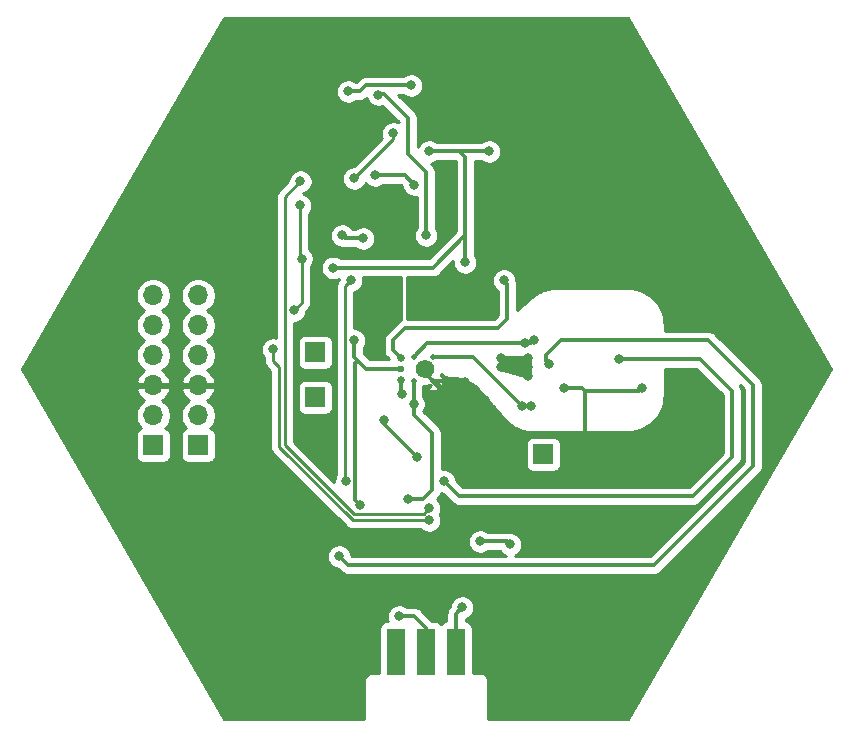
<source format=gbl>
G04 #@! TF.GenerationSoftware,KiCad,Pcbnew,(5.1.6)-1*
G04 #@! TF.CreationDate,2021-02-22T13:26:00+01:00*
G04 #@! TF.ProjectId,SoundModulev2,536f756e-644d-46f6-9475-6c6576322e6b,rev?*
G04 #@! TF.SameCoordinates,Original*
G04 #@! TF.FileFunction,Copper,L2,Bot*
G04 #@! TF.FilePolarity,Positive*
%FSLAX46Y46*%
G04 Gerber Fmt 4.6, Leading zero omitted, Abs format (unit mm)*
G04 Created by KiCad (PCBNEW (5.1.6)-1) date 2021-02-22 13:26:00*
%MOMM*%
%LPD*%
G01*
G04 APERTURE LIST*
G04 #@! TA.AperFunction,ComponentPad*
%ADD10R,1.700000X1.700000*%
G04 #@! TD*
G04 #@! TA.AperFunction,SMDPad,CuDef*
%ADD11R,1.524000X4.000000*%
G04 #@! TD*
G04 #@! TA.AperFunction,ComponentPad*
%ADD12O,1.700000X1.700000*%
G04 #@! TD*
G04 #@! TA.AperFunction,SMDPad,CuDef*
%ADD13C,0.460000*%
G04 #@! TD*
G04 #@! TA.AperFunction,ComponentPad*
%ADD14C,1.560000*%
G04 #@! TD*
G04 #@! TA.AperFunction,SMDPad,CuDef*
%ADD15C,0.600000*%
G04 #@! TD*
G04 #@! TA.AperFunction,SMDPad,CuDef*
%ADD16C,0.650000*%
G04 #@! TD*
G04 #@! TA.AperFunction,ViaPad*
%ADD17C,0.800000*%
G04 #@! TD*
G04 #@! TA.AperFunction,Conductor*
%ADD18C,0.350000*%
G04 #@! TD*
G04 #@! TA.AperFunction,Conductor*
%ADD19C,0.250000*%
G04 #@! TD*
G04 #@! TA.AperFunction,Conductor*
%ADD20C,0.254000*%
G04 #@! TD*
G04 APERTURE END LIST*
D10*
X113101120Y-76560680D03*
D11*
X119941340Y-101918520D03*
X122481340Y-101918520D03*
X125021340Y-101918520D03*
D10*
X103195120Y-84434680D03*
D12*
X103195120Y-81894680D03*
X103195120Y-79354680D03*
X103195120Y-76814680D03*
X103195120Y-74274680D03*
X103195120Y-71734680D03*
X99385120Y-71734680D03*
X99385120Y-74274680D03*
X99385120Y-76814680D03*
X99385120Y-79354680D03*
X99385120Y-81894680D03*
D10*
X99385120Y-84434680D03*
X132405120Y-85196680D03*
D13*
X123070620Y-78973680D03*
X123070620Y-76943680D03*
X121430620Y-76943680D03*
X121430620Y-78973680D03*
D14*
X122430620Y-77958680D03*
D15*
X120330620Y-77958680D03*
D16*
X120330620Y-76993680D03*
X120330620Y-78923680D03*
D10*
X113101120Y-80370680D03*
D17*
X131656120Y-75544680D03*
X131402120Y-81132680D03*
X131135120Y-77068680D03*
X131135120Y-77830680D03*
X131135120Y-78592680D03*
X128849120Y-77068680D03*
X124277120Y-81894680D03*
X122753120Y-98658680D03*
X126817120Y-84447680D03*
X118943120Y-73766680D03*
X107767120Y-68686680D03*
X108529120Y-63860680D03*
X113355120Y-60304680D03*
X114117120Y-72496680D03*
X118435120Y-75544680D03*
X116911120Y-52430680D03*
X119705120Y-52430680D03*
X125801120Y-79100680D03*
X134691120Y-92816680D03*
X113355120Y-71226680D03*
X113355120Y-66146680D03*
X128849120Y-77830680D03*
X129103120Y-106532680D03*
X131643120Y-106532680D03*
X134183120Y-106532680D03*
X136723120Y-106532680D03*
X139263120Y-106532680D03*
X116403120Y-106532680D03*
X113863120Y-106532680D03*
X111323120Y-106532680D03*
X108783120Y-106532680D03*
X106243120Y-106532680D03*
X106243120Y-49382680D03*
X110053120Y-49382680D03*
X113863120Y-49382680D03*
X117673120Y-49382680D03*
X121483120Y-49382680D03*
X125293120Y-49382680D03*
X129103120Y-49382680D03*
X132913120Y-49382680D03*
X136723120Y-49382680D03*
X139263120Y-50652680D03*
X140533120Y-53192680D03*
X142311120Y-56494680D03*
X144089120Y-59288680D03*
X146121120Y-62336680D03*
X147899120Y-65638680D03*
X149677120Y-68686680D03*
X151455120Y-71734680D03*
X152979120Y-74528680D03*
X154503120Y-77576680D03*
X153233120Y-80624680D03*
X151963120Y-83418680D03*
X148407120Y-89768680D03*
X146629120Y-93070680D03*
X144851120Y-95864680D03*
X143327120Y-98912680D03*
X141803120Y-101198680D03*
X140279120Y-103992680D03*
X104719120Y-103992680D03*
X103195120Y-101198680D03*
X101671120Y-98658680D03*
X100147120Y-96118680D03*
X98623120Y-93324680D03*
X97099120Y-90784680D03*
X95575120Y-88244680D03*
X94051120Y-85450680D03*
X92527120Y-82402680D03*
X91003120Y-79862680D03*
X89987120Y-77830680D03*
X91257120Y-75544680D03*
X92781120Y-73258680D03*
X93797120Y-70972680D03*
X95575120Y-68432680D03*
X97099120Y-66146680D03*
X98623120Y-63098680D03*
X100147120Y-60304680D03*
X101925120Y-57764680D03*
X103195120Y-55224680D03*
X104465120Y-52430680D03*
X125801120Y-82402680D03*
X131135120Y-87482680D03*
X132151120Y-87482680D03*
X133167120Y-87482680D03*
X130881120Y-83672680D03*
X135453120Y-84434680D03*
X137485120Y-86974680D03*
X140025120Y-84434680D03*
X142057120Y-86974680D03*
X144343120Y-84434680D03*
X145613120Y-86466680D03*
X133167120Y-98658680D03*
X129357120Y-98658680D03*
X131389120Y-101198680D03*
X137485120Y-99420680D03*
X139771120Y-92562680D03*
X142057120Y-90276680D03*
X137231120Y-90530680D03*
X131643120Y-90530680D03*
X109291120Y-87736680D03*
X111577120Y-89514680D03*
X112847120Y-92308680D03*
X112085120Y-101198680D03*
X108275120Y-96626680D03*
X103957120Y-89768680D03*
X95575120Y-75798680D03*
X100655120Y-68178680D03*
X104465120Y-61828680D03*
X107513120Y-57510680D03*
X111069120Y-54716680D03*
X126563120Y-52938680D03*
X131135120Y-52938680D03*
X136215120Y-53446680D03*
X133929120Y-68940680D03*
X136977120Y-68940680D03*
X140279120Y-68940680D03*
X144089120Y-69194680D03*
X146629120Y-71226680D03*
X147645120Y-74782680D03*
X150439120Y-77322680D03*
X141549120Y-96372680D03*
X135453120Y-103230680D03*
X128087120Y-101452680D03*
X135199120Y-58526680D03*
X139771120Y-58526680D03*
X135707120Y-64876680D03*
X140787120Y-63606680D03*
X132913120Y-61828680D03*
X107513120Y-101198680D03*
X112593120Y-97134680D03*
X108529120Y-91546680D03*
X103195120Y-94086680D03*
X99131120Y-87482680D03*
X140787120Y-79608680D03*
X135707120Y-95864680D03*
X136469120Y-95864680D03*
X136977120Y-93324680D03*
X115387120Y-102976680D03*
X111831120Y-78338680D03*
X114371120Y-78338680D03*
X107767120Y-75544680D03*
X106751120Y-73004680D03*
X105989120Y-81132680D03*
X137739120Y-61828680D03*
X143835120Y-80370680D03*
X143073120Y-82910680D03*
X143835120Y-73258680D03*
X142565120Y-70972680D03*
X127452120Y-80624680D03*
X95321120Y-80370680D03*
X104465120Y-65638680D03*
X134183120Y-79608680D03*
X128087120Y-81386680D03*
X128608121Y-81907681D03*
X134183120Y-83672680D03*
X121737120Y-85450680D03*
X118943120Y-82275680D03*
X120467120Y-80116686D03*
X129090120Y-70464680D03*
X125547120Y-98150680D03*
X120213120Y-98912680D03*
X120962120Y-89006680D03*
X121430620Y-80931180D03*
X127071120Y-92562680D03*
X129611120Y-92816680D03*
X122753120Y-59542680D03*
X127833120Y-59542680D03*
X125801120Y-68940680D03*
X114625120Y-69395680D03*
X116910935Y-89494713D03*
X116403120Y-75544680D03*
X115895120Y-54462680D03*
X121229140Y-53954680D03*
X116403120Y-61828680D03*
X119705120Y-58018680D03*
X116149120Y-70464680D03*
X115735936Y-87482680D03*
X122754416Y-90786303D03*
X111958120Y-68620680D03*
X111831120Y-64114680D03*
X111323120Y-73004680D03*
X109545120Y-76306680D03*
X121483120Y-62349680D03*
X118181120Y-61574680D03*
X115387120Y-66654680D03*
X117165120Y-66908680D03*
X118435120Y-54729680D03*
X122499120Y-66654680D03*
X122753120Y-89768680D03*
X111849120Y-62082680D03*
X130640120Y-81132680D03*
X130881120Y-75798680D03*
X115133120Y-93832680D03*
X132913120Y-77576680D03*
X124023120Y-87482680D03*
X138792211Y-77128466D03*
D18*
X123070620Y-78973680D02*
X125674120Y-78973680D01*
X125674120Y-78973680D02*
X125801120Y-79100680D01*
X126817120Y-84434680D02*
X126817120Y-84447680D01*
X124277120Y-81894680D02*
X126817120Y-84434680D01*
X125801120Y-80370680D02*
X124277120Y-81894680D01*
X125801120Y-79100680D02*
X125801120Y-80370680D01*
X135961120Y-79862680D02*
X135961120Y-83672680D01*
X122430620Y-78333680D02*
X122848370Y-78751430D01*
X122430620Y-77958680D02*
X122430620Y-78333680D01*
X122848370Y-78751430D02*
X123070620Y-78973680D01*
X125801120Y-79100680D02*
X127452120Y-80751680D01*
X135961120Y-79862680D02*
X140533120Y-79862680D01*
X140533120Y-79862680D02*
X140787120Y-79608680D01*
X127452120Y-80751680D02*
X128214120Y-81513680D01*
X135707120Y-79608680D02*
X135961120Y-79862680D01*
X134183120Y-79608680D02*
X135707120Y-79608680D01*
X128214120Y-81513680D02*
X128608121Y-81907681D01*
X128608121Y-81907681D02*
X128608121Y-81907681D01*
X118943120Y-82656680D02*
X118943120Y-82275680D01*
X121737120Y-85450680D02*
X118943120Y-82656680D01*
X120330620Y-79980186D02*
X120467120Y-80116686D01*
X120330620Y-78923680D02*
X120330620Y-79980186D01*
X120330620Y-76993680D02*
X119705120Y-76368180D01*
X119705120Y-76368180D02*
X119705120Y-75544680D01*
X119705120Y-75544680D02*
X120721120Y-74528680D01*
X120721120Y-74528680D02*
X128595120Y-74528680D01*
X128595120Y-74528680D02*
X129357120Y-73766680D01*
X129357120Y-73766680D02*
X129357120Y-70731680D01*
X129357120Y-70731680D02*
X129090120Y-70464680D01*
X125021340Y-101918520D02*
X125021340Y-98676460D01*
X125021340Y-98676460D02*
X125547120Y-98150680D01*
X121483120Y-98912680D02*
X120213120Y-98912680D01*
X122481340Y-101918520D02*
X122481340Y-99910900D01*
X122481340Y-99910900D02*
X121483120Y-98912680D01*
X121430620Y-81842180D02*
X123007120Y-83418680D01*
X123007120Y-83418680D02*
X123007120Y-88244680D01*
X123007120Y-88244680D02*
X122245120Y-89006680D01*
X122245120Y-89006680D02*
X120962120Y-89006680D01*
X121430620Y-80931180D02*
X121430620Y-81842180D01*
X121430620Y-78973680D02*
X121430620Y-80931180D01*
X127071120Y-92562680D02*
X129357120Y-92562680D01*
X129357120Y-92562680D02*
X129611120Y-92816680D01*
X122753120Y-59542680D02*
X125293120Y-59542680D01*
X125293120Y-59542680D02*
X127833120Y-59542680D01*
X125801120Y-68374995D02*
X125801120Y-68940680D01*
X125293120Y-59542680D02*
X125801120Y-60050680D01*
X114625120Y-69395680D02*
X123060120Y-69395680D01*
X125801120Y-60050680D02*
X125801120Y-66654680D01*
X123060120Y-69395680D02*
X125801120Y-66654680D01*
X125801120Y-66654680D02*
X125801120Y-68374995D01*
X120330620Y-77958680D02*
X117414118Y-77958680D01*
X116510936Y-89094714D02*
X116910935Y-89494713D01*
X116403120Y-75544680D02*
X116403120Y-76947682D01*
X116510936Y-77468864D02*
X116717619Y-77262181D01*
X116510936Y-89094714D02*
X116510936Y-77468864D01*
X116403120Y-76947682D02*
X116717619Y-77262181D01*
X116717619Y-77262181D02*
X117414118Y-77958680D01*
X120663455Y-53954680D02*
X121229140Y-53954680D01*
X117415124Y-53954680D02*
X120663455Y-53954680D01*
X116907124Y-54462680D02*
X117415124Y-53954680D01*
X115895120Y-54462680D02*
X116907124Y-54462680D01*
D19*
X116403120Y-61828680D02*
X119705120Y-58526680D01*
X119705120Y-58526680D02*
X119705120Y-58018680D01*
X116149120Y-70464680D02*
X115641120Y-70972680D01*
X115641120Y-70972680D02*
X115641120Y-87736680D01*
X115641120Y-87736680D02*
X115641120Y-87577496D01*
X115641120Y-87577496D02*
X115735936Y-87482680D01*
X122754416Y-90786303D02*
X116276333Y-90786303D01*
X110053120Y-84563090D02*
X110053120Y-77830680D01*
X116276333Y-90786303D02*
X110053120Y-84563090D01*
X111831120Y-68493680D02*
X111958120Y-68620680D01*
X111831120Y-64114680D02*
X111831120Y-68493680D01*
X111958120Y-68620680D02*
X111958120Y-72369680D01*
X111958120Y-72369680D02*
X111323120Y-73004680D01*
X109545120Y-77322680D02*
X110053120Y-77830680D01*
X109545120Y-76306680D02*
X109545120Y-77322680D01*
D18*
X121483120Y-62349680D02*
X120708120Y-61574680D01*
X120708120Y-61574680D02*
X118181120Y-61574680D01*
X115641120Y-66908680D02*
X117165120Y-66908680D01*
X115387120Y-66654680D02*
X115641120Y-66908680D01*
X118435120Y-54729680D02*
X118448120Y-54716680D01*
X118448120Y-54716680D02*
X118943120Y-54716680D01*
X120975120Y-56748680D02*
X120975120Y-59796680D01*
X118943120Y-54716680D02*
X120975120Y-56748680D01*
X120975120Y-59796680D02*
X122499120Y-61320680D01*
X122499120Y-61320680D02*
X122499120Y-66654680D01*
D19*
X116346154Y-90219714D02*
X110561120Y-84434680D01*
X110561120Y-63370680D02*
X111849120Y-62082680D01*
X122753120Y-89768680D02*
X122302086Y-90219714D01*
X110561120Y-84434680D02*
X110561120Y-63370680D01*
X122302086Y-90219714D02*
X116346154Y-90219714D01*
D18*
X130627120Y-81132680D02*
X126438120Y-76943680D01*
X123070620Y-76943680D02*
X126438120Y-76943680D01*
X130627120Y-81132680D02*
X130640120Y-81132680D01*
X130640120Y-81132680D02*
X131402120Y-81132680D01*
X121430620Y-76943680D02*
X122575620Y-75798680D01*
X130627120Y-75798680D02*
X122575620Y-75798680D01*
X130627120Y-75798680D02*
X130881120Y-75798680D01*
X131402120Y-75798680D02*
X131656120Y-75544680D01*
X130881120Y-75798680D02*
X131402120Y-75798680D01*
X150185120Y-86212680D02*
X150185120Y-86212680D01*
X133929120Y-75544680D02*
X132659120Y-76814680D01*
X146375120Y-75544680D02*
X133929120Y-75544680D01*
X115895120Y-94594680D02*
X141803120Y-94594680D01*
X115133120Y-93832680D02*
X115895120Y-94594680D01*
X150185120Y-79354680D02*
X146375120Y-75544680D01*
X132659120Y-76814680D02*
X132659120Y-77322680D01*
X141803120Y-94594680D02*
X150185120Y-86212680D01*
X132659120Y-77322680D02*
X132913120Y-77576680D01*
X150185120Y-86212680D02*
X150185120Y-79354680D01*
X124023120Y-87482680D02*
X125293120Y-88752680D01*
X145672906Y-77128466D02*
X148407120Y-79862680D01*
X148407120Y-79862680D02*
X148407120Y-85450680D01*
X145105120Y-88752680D02*
X128341120Y-88752680D01*
X148407120Y-85450680D02*
X145105120Y-88752680D01*
X125293120Y-88752680D02*
X128341120Y-88752680D01*
X128341120Y-88752680D02*
X129103120Y-88752680D01*
X143013334Y-77128466D02*
X145672906Y-77128466D01*
X143013334Y-77128466D02*
X138792211Y-77128466D01*
X142094211Y-77128466D02*
X143013334Y-77128466D01*
D20*
G36*
X156737896Y-77941800D02*
G01*
X139618951Y-107592500D01*
X127731120Y-107592500D01*
X127731120Y-104369099D01*
X127734313Y-104336680D01*
X127721570Y-104207297D01*
X127683830Y-104082887D01*
X127622545Y-103968230D01*
X127540068Y-103867732D01*
X127439570Y-103785255D01*
X127324913Y-103723970D01*
X127200503Y-103686230D01*
X127103539Y-103676680D01*
X127071120Y-103673487D01*
X127038701Y-103676680D01*
X126421412Y-103676680D01*
X126421412Y-99918520D01*
X126409152Y-99794038D01*
X126372842Y-99674340D01*
X126313877Y-99564026D01*
X126234525Y-99467335D01*
X126137834Y-99387983D01*
X126027520Y-99329018D01*
X125907822Y-99292708D01*
X125831340Y-99285175D01*
X125831340Y-99149422D01*
X125849018Y-99145906D01*
X126037376Y-99067885D01*
X126206894Y-98954617D01*
X126351057Y-98810454D01*
X126464325Y-98640936D01*
X126542346Y-98452578D01*
X126582120Y-98252619D01*
X126582120Y-98048741D01*
X126542346Y-97848782D01*
X126464325Y-97660424D01*
X126351057Y-97490906D01*
X126206894Y-97346743D01*
X126037376Y-97233475D01*
X125849018Y-97155454D01*
X125649059Y-97115680D01*
X125445181Y-97115680D01*
X125245222Y-97155454D01*
X125056864Y-97233475D01*
X124887346Y-97346743D01*
X124743183Y-97490906D01*
X124629915Y-97660424D01*
X124551894Y-97848782D01*
X124514249Y-98038039D01*
X124476723Y-98075565D01*
X124445813Y-98100932D01*
X124420448Y-98131840D01*
X124344591Y-98224271D01*
X124269378Y-98364987D01*
X124239903Y-98462154D01*
X124223061Y-98517673D01*
X124207421Y-98676460D01*
X124211341Y-98716258D01*
X124211341Y-99285175D01*
X124134858Y-99292708D01*
X124015160Y-99329018D01*
X123904846Y-99387983D01*
X123808155Y-99467335D01*
X123751340Y-99536564D01*
X123694525Y-99467335D01*
X123597834Y-99387983D01*
X123487520Y-99329018D01*
X123367822Y-99292708D01*
X123243340Y-99280448D01*
X122996401Y-99280448D01*
X122084019Y-98368067D01*
X122058648Y-98337152D01*
X121935309Y-98235931D01*
X121794593Y-98160717D01*
X121641908Y-98114400D01*
X121522911Y-98102680D01*
X121522908Y-98102680D01*
X121483120Y-98098761D01*
X121443332Y-98102680D01*
X120863820Y-98102680D01*
X120703376Y-97995475D01*
X120515018Y-97917454D01*
X120315059Y-97877680D01*
X120111181Y-97877680D01*
X119911222Y-97917454D01*
X119722864Y-97995475D01*
X119553346Y-98108743D01*
X119409183Y-98252906D01*
X119295915Y-98422424D01*
X119217894Y-98610782D01*
X119178120Y-98810741D01*
X119178120Y-99014619D01*
X119217894Y-99214578D01*
X119245178Y-99280448D01*
X119179340Y-99280448D01*
X119054858Y-99292708D01*
X118935160Y-99329018D01*
X118824846Y-99387983D01*
X118728155Y-99467335D01*
X118648803Y-99564026D01*
X118589838Y-99674340D01*
X118553528Y-99794038D01*
X118541268Y-99918520D01*
X118541268Y-103676680D01*
X117959539Y-103676680D01*
X117927120Y-103673487D01*
X117894701Y-103676680D01*
X117797737Y-103686230D01*
X117673327Y-103723970D01*
X117558670Y-103785255D01*
X117458172Y-103867732D01*
X117375695Y-103968230D01*
X117314410Y-104082887D01*
X117276670Y-104207297D01*
X117263927Y-104336680D01*
X117267121Y-104369109D01*
X117267120Y-107592500D01*
X105381050Y-107592500D01*
X91520042Y-83584680D01*
X97897048Y-83584680D01*
X97897048Y-85284680D01*
X97909308Y-85409162D01*
X97945618Y-85528860D01*
X98004583Y-85639174D01*
X98083935Y-85735865D01*
X98180626Y-85815217D01*
X98290940Y-85874182D01*
X98410638Y-85910492D01*
X98535120Y-85922752D01*
X100235120Y-85922752D01*
X100359602Y-85910492D01*
X100479300Y-85874182D01*
X100589614Y-85815217D01*
X100686305Y-85735865D01*
X100765657Y-85639174D01*
X100824622Y-85528860D01*
X100860932Y-85409162D01*
X100873192Y-85284680D01*
X100873192Y-83584680D01*
X101707048Y-83584680D01*
X101707048Y-85284680D01*
X101719308Y-85409162D01*
X101755618Y-85528860D01*
X101814583Y-85639174D01*
X101893935Y-85735865D01*
X101990626Y-85815217D01*
X102100940Y-85874182D01*
X102220638Y-85910492D01*
X102345120Y-85922752D01*
X104045120Y-85922752D01*
X104169602Y-85910492D01*
X104289300Y-85874182D01*
X104399614Y-85815217D01*
X104496305Y-85735865D01*
X104575657Y-85639174D01*
X104634622Y-85528860D01*
X104670932Y-85409162D01*
X104683192Y-85284680D01*
X104683192Y-83584680D01*
X104670932Y-83460198D01*
X104634622Y-83340500D01*
X104575657Y-83230186D01*
X104496305Y-83133495D01*
X104399614Y-83054143D01*
X104289300Y-82995178D01*
X104216740Y-82973167D01*
X104348595Y-82841312D01*
X104511110Y-82598091D01*
X104623052Y-82327838D01*
X104680120Y-82040940D01*
X104680120Y-81748420D01*
X104623052Y-81461522D01*
X104511110Y-81191269D01*
X104348595Y-80948048D01*
X104141752Y-80741205D01*
X103959586Y-80619485D01*
X104076475Y-80549858D01*
X104292708Y-80354949D01*
X104466761Y-80121600D01*
X104591945Y-79858779D01*
X104636596Y-79711570D01*
X104515275Y-79481680D01*
X103322120Y-79481680D01*
X103322120Y-79501680D01*
X103068120Y-79501680D01*
X103068120Y-79481680D01*
X101874965Y-79481680D01*
X101753644Y-79711570D01*
X101798295Y-79858779D01*
X101923479Y-80121600D01*
X102097532Y-80354949D01*
X102313765Y-80549858D01*
X102430654Y-80619485D01*
X102248488Y-80741205D01*
X102041645Y-80948048D01*
X101879130Y-81191269D01*
X101767188Y-81461522D01*
X101710120Y-81748420D01*
X101710120Y-82040940D01*
X101767188Y-82327838D01*
X101879130Y-82598091D01*
X102041645Y-82841312D01*
X102173500Y-82973167D01*
X102100940Y-82995178D01*
X101990626Y-83054143D01*
X101893935Y-83133495D01*
X101814583Y-83230186D01*
X101755618Y-83340500D01*
X101719308Y-83460198D01*
X101707048Y-83584680D01*
X100873192Y-83584680D01*
X100860932Y-83460198D01*
X100824622Y-83340500D01*
X100765657Y-83230186D01*
X100686305Y-83133495D01*
X100589614Y-83054143D01*
X100479300Y-82995178D01*
X100406740Y-82973167D01*
X100538595Y-82841312D01*
X100701110Y-82598091D01*
X100813052Y-82327838D01*
X100870120Y-82040940D01*
X100870120Y-81748420D01*
X100813052Y-81461522D01*
X100701110Y-81191269D01*
X100538595Y-80948048D01*
X100331752Y-80741205D01*
X100149586Y-80619485D01*
X100266475Y-80549858D01*
X100482708Y-80354949D01*
X100656761Y-80121600D01*
X100781945Y-79858779D01*
X100826596Y-79711570D01*
X100705275Y-79481680D01*
X99512120Y-79481680D01*
X99512120Y-79501680D01*
X99258120Y-79501680D01*
X99258120Y-79481680D01*
X98064965Y-79481680D01*
X97943644Y-79711570D01*
X97988295Y-79858779D01*
X98113479Y-80121600D01*
X98287532Y-80354949D01*
X98503765Y-80549858D01*
X98620654Y-80619485D01*
X98438488Y-80741205D01*
X98231645Y-80948048D01*
X98069130Y-81191269D01*
X97957188Y-81461522D01*
X97900120Y-81748420D01*
X97900120Y-82040940D01*
X97957188Y-82327838D01*
X98069130Y-82598091D01*
X98231645Y-82841312D01*
X98363500Y-82973167D01*
X98290940Y-82995178D01*
X98180626Y-83054143D01*
X98083935Y-83133495D01*
X98004583Y-83230186D01*
X97945618Y-83340500D01*
X97909308Y-83460198D01*
X97897048Y-83584680D01*
X91520042Y-83584680D01*
X88262103Y-77941800D01*
X91930251Y-71588420D01*
X97900120Y-71588420D01*
X97900120Y-71880940D01*
X97957188Y-72167838D01*
X98069130Y-72438091D01*
X98231645Y-72681312D01*
X98438488Y-72888155D01*
X98612880Y-73004680D01*
X98438488Y-73121205D01*
X98231645Y-73328048D01*
X98069130Y-73571269D01*
X97957188Y-73841522D01*
X97900120Y-74128420D01*
X97900120Y-74420940D01*
X97957188Y-74707838D01*
X98069130Y-74978091D01*
X98231645Y-75221312D01*
X98438488Y-75428155D01*
X98612880Y-75544680D01*
X98438488Y-75661205D01*
X98231645Y-75868048D01*
X98069130Y-76111269D01*
X97957188Y-76381522D01*
X97900120Y-76668420D01*
X97900120Y-76960940D01*
X97957188Y-77247838D01*
X98069130Y-77518091D01*
X98231645Y-77761312D01*
X98438488Y-77968155D01*
X98620654Y-78089875D01*
X98503765Y-78159502D01*
X98287532Y-78354411D01*
X98113479Y-78587760D01*
X97988295Y-78850581D01*
X97943644Y-78997790D01*
X98064965Y-79227680D01*
X99258120Y-79227680D01*
X99258120Y-79207680D01*
X99512120Y-79207680D01*
X99512120Y-79227680D01*
X100705275Y-79227680D01*
X100826596Y-78997790D01*
X100781945Y-78850581D01*
X100656761Y-78587760D01*
X100482708Y-78354411D01*
X100266475Y-78159502D01*
X100149586Y-78089875D01*
X100331752Y-77968155D01*
X100538595Y-77761312D01*
X100701110Y-77518091D01*
X100813052Y-77247838D01*
X100870120Y-76960940D01*
X100870120Y-76668420D01*
X100813052Y-76381522D01*
X100701110Y-76111269D01*
X100538595Y-75868048D01*
X100331752Y-75661205D01*
X100157360Y-75544680D01*
X100331752Y-75428155D01*
X100538595Y-75221312D01*
X100701110Y-74978091D01*
X100813052Y-74707838D01*
X100870120Y-74420940D01*
X100870120Y-74128420D01*
X100813052Y-73841522D01*
X100701110Y-73571269D01*
X100538595Y-73328048D01*
X100331752Y-73121205D01*
X100157360Y-73004680D01*
X100331752Y-72888155D01*
X100538595Y-72681312D01*
X100701110Y-72438091D01*
X100813052Y-72167838D01*
X100870120Y-71880940D01*
X100870120Y-71588420D01*
X101710120Y-71588420D01*
X101710120Y-71880940D01*
X101767188Y-72167838D01*
X101879130Y-72438091D01*
X102041645Y-72681312D01*
X102248488Y-72888155D01*
X102422880Y-73004680D01*
X102248488Y-73121205D01*
X102041645Y-73328048D01*
X101879130Y-73571269D01*
X101767188Y-73841522D01*
X101710120Y-74128420D01*
X101710120Y-74420940D01*
X101767188Y-74707838D01*
X101879130Y-74978091D01*
X102041645Y-75221312D01*
X102248488Y-75428155D01*
X102422880Y-75544680D01*
X102248488Y-75661205D01*
X102041645Y-75868048D01*
X101879130Y-76111269D01*
X101767188Y-76381522D01*
X101710120Y-76668420D01*
X101710120Y-76960940D01*
X101767188Y-77247838D01*
X101879130Y-77518091D01*
X102041645Y-77761312D01*
X102248488Y-77968155D01*
X102430654Y-78089875D01*
X102313765Y-78159502D01*
X102097532Y-78354411D01*
X101923479Y-78587760D01*
X101798295Y-78850581D01*
X101753644Y-78997790D01*
X101874965Y-79227680D01*
X103068120Y-79227680D01*
X103068120Y-79207680D01*
X103322120Y-79207680D01*
X103322120Y-79227680D01*
X104515275Y-79227680D01*
X104636596Y-78997790D01*
X104591945Y-78850581D01*
X104466761Y-78587760D01*
X104292708Y-78354411D01*
X104076475Y-78159502D01*
X103959586Y-78089875D01*
X104141752Y-77968155D01*
X104348595Y-77761312D01*
X104511110Y-77518091D01*
X104623052Y-77247838D01*
X104680120Y-76960940D01*
X104680120Y-76668420D01*
X104623052Y-76381522D01*
X104549828Y-76204741D01*
X108510120Y-76204741D01*
X108510120Y-76408619D01*
X108549894Y-76608578D01*
X108627915Y-76796936D01*
X108741183Y-76966454D01*
X108785121Y-77010392D01*
X108785121Y-77285348D01*
X108781444Y-77322680D01*
X108785121Y-77360013D01*
X108796118Y-77471666D01*
X108806682Y-77506490D01*
X108839574Y-77614926D01*
X108910146Y-77746956D01*
X108981321Y-77833682D01*
X109005120Y-77862681D01*
X109034118Y-77886479D01*
X109293121Y-78145483D01*
X109293120Y-84525767D01*
X109289444Y-84563090D01*
X109293120Y-84600412D01*
X109293120Y-84600422D01*
X109304117Y-84712075D01*
X109328030Y-84790906D01*
X109347574Y-84855336D01*
X109418146Y-84987366D01*
X109457991Y-85035916D01*
X109513119Y-85103091D01*
X109542123Y-85126894D01*
X115712534Y-91297306D01*
X115736332Y-91326304D01*
X115852057Y-91421277D01*
X115984086Y-91491849D01*
X116127347Y-91535306D01*
X116239000Y-91546303D01*
X116239009Y-91546303D01*
X116276332Y-91549979D01*
X116313655Y-91546303D01*
X122050705Y-91546303D01*
X122094642Y-91590240D01*
X122264160Y-91703508D01*
X122452518Y-91781529D01*
X122652477Y-91821303D01*
X122856355Y-91821303D01*
X123056314Y-91781529D01*
X123244672Y-91703508D01*
X123414190Y-91590240D01*
X123558353Y-91446077D01*
X123671621Y-91276559D01*
X123749642Y-91088201D01*
X123789416Y-90888242D01*
X123789416Y-90684364D01*
X123749642Y-90484405D01*
X123671621Y-90296047D01*
X123658575Y-90276522D01*
X123670325Y-90258936D01*
X123748346Y-90070578D01*
X123788120Y-89870619D01*
X123788120Y-89666741D01*
X123748346Y-89466782D01*
X123670325Y-89278424D01*
X123557057Y-89108906D01*
X123422732Y-88974581D01*
X123551738Y-88845575D01*
X123582648Y-88820208D01*
X123683869Y-88696869D01*
X123759083Y-88556153D01*
X123779314Y-88489461D01*
X123910479Y-88515551D01*
X124692225Y-89297298D01*
X124717592Y-89328208D01*
X124785330Y-89383799D01*
X124840930Y-89429429D01*
X124897590Y-89459714D01*
X124981647Y-89504643D01*
X125134332Y-89550960D01*
X125253329Y-89562680D01*
X125253331Y-89562680D01*
X125293119Y-89566599D01*
X125332907Y-89562680D01*
X145065332Y-89562680D01*
X145105120Y-89566599D01*
X145144908Y-89562680D01*
X145144911Y-89562680D01*
X145263908Y-89550960D01*
X145416593Y-89504643D01*
X145557309Y-89429429D01*
X145680648Y-89328208D01*
X145706020Y-89297292D01*
X148951740Y-86051573D01*
X148982648Y-86026208D01*
X149038239Y-85958470D01*
X149083869Y-85902870D01*
X149159082Y-85762154D01*
X149159083Y-85762153D01*
X149205400Y-85609468D01*
X149217120Y-85490471D01*
X149217120Y-85490469D01*
X149221039Y-85450681D01*
X149217120Y-85410893D01*
X149217120Y-79902471D01*
X149221039Y-79862680D01*
X149205400Y-79703892D01*
X149159083Y-79551206D01*
X149083869Y-79410491D01*
X149057542Y-79378411D01*
X149031015Y-79346088D01*
X149375121Y-79690194D01*
X149375120Y-85877167D01*
X141467608Y-93784680D01*
X129978747Y-93784680D01*
X130101376Y-93733885D01*
X130270894Y-93620617D01*
X130415057Y-93476454D01*
X130528325Y-93306936D01*
X130606346Y-93118578D01*
X130646120Y-92918619D01*
X130646120Y-92714741D01*
X130606346Y-92514782D01*
X130528325Y-92326424D01*
X130415057Y-92156906D01*
X130270894Y-92012743D01*
X130101376Y-91899475D01*
X129913018Y-91821454D01*
X129713059Y-91781680D01*
X129572872Y-91781680D01*
X129515908Y-91764400D01*
X129396911Y-91752680D01*
X129396908Y-91752680D01*
X129357120Y-91748761D01*
X129317332Y-91752680D01*
X127721820Y-91752680D01*
X127561376Y-91645475D01*
X127373018Y-91567454D01*
X127173059Y-91527680D01*
X126969181Y-91527680D01*
X126769222Y-91567454D01*
X126580864Y-91645475D01*
X126411346Y-91758743D01*
X126267183Y-91902906D01*
X126153915Y-92072424D01*
X126075894Y-92260782D01*
X126036120Y-92460741D01*
X126036120Y-92664619D01*
X126075894Y-92864578D01*
X126153915Y-93052936D01*
X126267183Y-93222454D01*
X126411346Y-93366617D01*
X126580864Y-93479885D01*
X126769222Y-93557906D01*
X126969181Y-93597680D01*
X127173059Y-93597680D01*
X127373018Y-93557906D01*
X127561376Y-93479885D01*
X127721820Y-93372680D01*
X128737844Y-93372680D01*
X128807183Y-93476454D01*
X128951346Y-93620617D01*
X129120864Y-93733885D01*
X129243493Y-93784680D01*
X116230633Y-93784680D01*
X116165991Y-93720039D01*
X116128346Y-93530782D01*
X116050325Y-93342424D01*
X115937057Y-93172906D01*
X115792894Y-93028743D01*
X115623376Y-92915475D01*
X115435018Y-92837454D01*
X115235059Y-92797680D01*
X115031181Y-92797680D01*
X114831222Y-92837454D01*
X114642864Y-92915475D01*
X114473346Y-93028743D01*
X114329183Y-93172906D01*
X114215915Y-93342424D01*
X114137894Y-93530782D01*
X114098120Y-93730741D01*
X114098120Y-93934619D01*
X114137894Y-94134578D01*
X114215915Y-94322936D01*
X114329183Y-94492454D01*
X114473346Y-94636617D01*
X114642864Y-94749885D01*
X114831222Y-94827906D01*
X115020479Y-94865551D01*
X115294225Y-95139298D01*
X115319592Y-95170208D01*
X115442931Y-95271429D01*
X115583647Y-95346643D01*
X115736332Y-95392960D01*
X115855329Y-95404680D01*
X115855332Y-95404680D01*
X115895120Y-95408599D01*
X115934908Y-95404680D01*
X141763332Y-95404680D01*
X141803120Y-95408599D01*
X141842908Y-95404680D01*
X141842911Y-95404680D01*
X141961908Y-95392960D01*
X142114593Y-95346643D01*
X142255309Y-95271429D01*
X142378648Y-95170208D01*
X142404020Y-95139292D01*
X150729738Y-86813575D01*
X150760648Y-86788208D01*
X150845840Y-86684401D01*
X150861869Y-86664870D01*
X150937082Y-86524154D01*
X150937083Y-86524153D01*
X150983400Y-86371468D01*
X150999039Y-86212680D01*
X150995120Y-86172889D01*
X150995120Y-79394468D01*
X150999039Y-79354680D01*
X150993992Y-79303437D01*
X150983400Y-79195892D01*
X150946729Y-79075004D01*
X150937083Y-79043206D01*
X150861869Y-78902491D01*
X150846603Y-78883889D01*
X150760648Y-78779152D01*
X150729738Y-78753785D01*
X146976020Y-75000068D01*
X146950648Y-74969152D01*
X146827309Y-74867931D01*
X146686593Y-74792717D01*
X146533908Y-74746400D01*
X146414911Y-74734680D01*
X146414908Y-74734680D01*
X146375120Y-74730761D01*
X146335332Y-74734680D01*
X142692120Y-74734680D01*
X142692120Y-74226680D01*
X142691920Y-74219559D01*
X142673057Y-73883666D01*
X142671463Y-73869514D01*
X142615110Y-73537844D01*
X142611940Y-73523959D01*
X142518806Y-73200685D01*
X142514103Y-73187242D01*
X142385360Y-72876428D01*
X142379180Y-72863597D01*
X142216446Y-72569152D01*
X142208869Y-72557093D01*
X142014190Y-72282720D01*
X142005311Y-72271585D01*
X141781137Y-72020734D01*
X141771066Y-72010663D01*
X141520215Y-71786489D01*
X141509080Y-71777610D01*
X141234707Y-71582931D01*
X141222648Y-71575354D01*
X140928203Y-71412620D01*
X140915372Y-71406440D01*
X140604558Y-71277697D01*
X140591115Y-71272994D01*
X140267841Y-71179860D01*
X140253956Y-71176690D01*
X139922286Y-71120337D01*
X139908134Y-71118743D01*
X139572241Y-71099880D01*
X139565120Y-71099680D01*
X133524220Y-71099680D01*
X133516667Y-71099905D01*
X133160464Y-71121127D01*
X133145465Y-71122920D01*
X132794301Y-71186285D01*
X132779621Y-71189847D01*
X132438466Y-71294459D01*
X132424313Y-71299739D01*
X132097991Y-71444118D01*
X132084564Y-71451041D01*
X131777694Y-71633145D01*
X131765185Y-71641613D01*
X131482107Y-71858864D01*
X131476252Y-71863640D01*
X130167120Y-72998221D01*
X130167120Y-70771467D01*
X130171039Y-70731679D01*
X130165992Y-70680434D01*
X130155400Y-70572892D01*
X130125120Y-70473073D01*
X130125120Y-70362741D01*
X130085346Y-70162782D01*
X130007325Y-69974424D01*
X129894057Y-69804906D01*
X129749894Y-69660743D01*
X129580376Y-69547475D01*
X129392018Y-69469454D01*
X129192059Y-69429680D01*
X128988181Y-69429680D01*
X128788222Y-69469454D01*
X128599864Y-69547475D01*
X128430346Y-69660743D01*
X128286183Y-69804906D01*
X128172915Y-69974424D01*
X128094894Y-70162782D01*
X128055120Y-70362741D01*
X128055120Y-70566619D01*
X128094894Y-70766578D01*
X128172915Y-70954936D01*
X128286183Y-71124454D01*
X128430346Y-71268617D01*
X128547121Y-71346643D01*
X128547120Y-73431167D01*
X128259608Y-73718680D01*
X120848120Y-73718680D01*
X120848120Y-70205680D01*
X123020332Y-70205680D01*
X123060120Y-70209599D01*
X123099908Y-70205680D01*
X123099911Y-70205680D01*
X123218908Y-70193960D01*
X123371593Y-70147643D01*
X123512309Y-70072429D01*
X123635648Y-69971208D01*
X123661020Y-69940293D01*
X124767001Y-68834311D01*
X124766120Y-68838741D01*
X124766120Y-69042619D01*
X124805894Y-69242578D01*
X124883915Y-69430936D01*
X124997183Y-69600454D01*
X125141346Y-69744617D01*
X125310864Y-69857885D01*
X125499222Y-69935906D01*
X125699181Y-69975680D01*
X125903059Y-69975680D01*
X126103018Y-69935906D01*
X126291376Y-69857885D01*
X126460894Y-69744617D01*
X126605057Y-69600454D01*
X126718325Y-69430936D01*
X126796346Y-69242578D01*
X126836120Y-69042619D01*
X126836120Y-68838741D01*
X126796346Y-68638782D01*
X126718325Y-68450424D01*
X126611120Y-68289980D01*
X126611120Y-66694469D01*
X126615039Y-66654681D01*
X126611120Y-66614889D01*
X126611120Y-60352680D01*
X127182420Y-60352680D01*
X127342864Y-60459885D01*
X127531222Y-60537906D01*
X127731181Y-60577680D01*
X127935059Y-60577680D01*
X128135018Y-60537906D01*
X128323376Y-60459885D01*
X128492894Y-60346617D01*
X128637057Y-60202454D01*
X128750325Y-60032936D01*
X128828346Y-59844578D01*
X128868120Y-59644619D01*
X128868120Y-59440741D01*
X128828346Y-59240782D01*
X128750325Y-59052424D01*
X128637057Y-58882906D01*
X128492894Y-58738743D01*
X128323376Y-58625475D01*
X128135018Y-58547454D01*
X127935059Y-58507680D01*
X127731181Y-58507680D01*
X127531222Y-58547454D01*
X127342864Y-58625475D01*
X127182420Y-58732680D01*
X125332908Y-58732680D01*
X125293120Y-58728761D01*
X125253332Y-58732680D01*
X123403820Y-58732680D01*
X123243376Y-58625475D01*
X123055018Y-58547454D01*
X122855059Y-58507680D01*
X122651181Y-58507680D01*
X122451222Y-58547454D01*
X122262864Y-58625475D01*
X122093346Y-58738743D01*
X121949183Y-58882906D01*
X121835915Y-59052424D01*
X121785120Y-59175053D01*
X121785120Y-56788468D01*
X121789039Y-56748680D01*
X121785120Y-56708889D01*
X121773400Y-56589892D01*
X121727083Y-56437207D01*
X121651870Y-56296492D01*
X121651869Y-56296490D01*
X121576013Y-56204060D01*
X121550648Y-56173152D01*
X121519739Y-56147786D01*
X120136632Y-54764680D01*
X120578440Y-54764680D01*
X120738884Y-54871885D01*
X120927242Y-54949906D01*
X121127201Y-54989680D01*
X121331079Y-54989680D01*
X121531038Y-54949906D01*
X121719396Y-54871885D01*
X121888914Y-54758617D01*
X122033077Y-54614454D01*
X122146345Y-54444936D01*
X122224366Y-54256578D01*
X122264140Y-54056619D01*
X122264140Y-53852741D01*
X122224366Y-53652782D01*
X122146345Y-53464424D01*
X122033077Y-53294906D01*
X121888914Y-53150743D01*
X121719396Y-53037475D01*
X121531038Y-52959454D01*
X121331079Y-52919680D01*
X121127201Y-52919680D01*
X120927242Y-52959454D01*
X120738884Y-53037475D01*
X120578440Y-53144680D01*
X117454911Y-53144680D01*
X117415123Y-53140761D01*
X117375335Y-53144680D01*
X117375333Y-53144680D01*
X117256336Y-53156400D01*
X117103651Y-53202717D01*
X116962935Y-53277931D01*
X116839596Y-53379152D01*
X116814224Y-53410068D01*
X116571612Y-53652680D01*
X116545820Y-53652680D01*
X116385376Y-53545475D01*
X116197018Y-53467454D01*
X115997059Y-53427680D01*
X115793181Y-53427680D01*
X115593222Y-53467454D01*
X115404864Y-53545475D01*
X115235346Y-53658743D01*
X115091183Y-53802906D01*
X114977915Y-53972424D01*
X114899894Y-54160782D01*
X114860120Y-54360741D01*
X114860120Y-54564619D01*
X114899894Y-54764578D01*
X114977915Y-54952936D01*
X115091183Y-55122454D01*
X115235346Y-55266617D01*
X115404864Y-55379885D01*
X115593222Y-55457906D01*
X115793181Y-55497680D01*
X115997059Y-55497680D01*
X116197018Y-55457906D01*
X116385376Y-55379885D01*
X116545820Y-55272680D01*
X116867336Y-55272680D01*
X116907124Y-55276599D01*
X116946912Y-55272680D01*
X116946915Y-55272680D01*
X117065912Y-55260960D01*
X117218597Y-55214643D01*
X117359313Y-55139429D01*
X117452791Y-55062714D01*
X117517915Y-55219936D01*
X117631183Y-55389454D01*
X117775346Y-55533617D01*
X117944864Y-55646885D01*
X118133222Y-55724906D01*
X118333181Y-55764680D01*
X118537059Y-55764680D01*
X118737018Y-55724906D01*
X118785678Y-55704750D01*
X120165120Y-57084193D01*
X120165120Y-57088943D01*
X120007018Y-57023454D01*
X119807059Y-56983680D01*
X119603181Y-56983680D01*
X119403222Y-57023454D01*
X119214864Y-57101475D01*
X119045346Y-57214743D01*
X118901183Y-57358906D01*
X118787915Y-57528424D01*
X118709894Y-57716782D01*
X118670120Y-57916741D01*
X118670120Y-58120619D01*
X118709894Y-58320578D01*
X118746953Y-58410045D01*
X116363319Y-60793680D01*
X116301181Y-60793680D01*
X116101222Y-60833454D01*
X115912864Y-60911475D01*
X115743346Y-61024743D01*
X115599183Y-61168906D01*
X115485915Y-61338424D01*
X115407894Y-61526782D01*
X115368120Y-61726741D01*
X115368120Y-61930619D01*
X115407894Y-62130578D01*
X115485915Y-62318936D01*
X115599183Y-62488454D01*
X115743346Y-62632617D01*
X115912864Y-62745885D01*
X116101222Y-62823906D01*
X116301181Y-62863680D01*
X116505059Y-62863680D01*
X116705018Y-62823906D01*
X116893376Y-62745885D01*
X117062894Y-62632617D01*
X117207057Y-62488454D01*
X117320325Y-62318936D01*
X117363686Y-62214254D01*
X117377183Y-62234454D01*
X117521346Y-62378617D01*
X117690864Y-62491885D01*
X117879222Y-62569906D01*
X118079181Y-62609680D01*
X118283059Y-62609680D01*
X118483018Y-62569906D01*
X118671376Y-62491885D01*
X118831820Y-62384680D01*
X120372608Y-62384680D01*
X120450249Y-62462321D01*
X120487894Y-62651578D01*
X120565915Y-62839936D01*
X120679183Y-63009454D01*
X120823346Y-63153617D01*
X120992864Y-63266885D01*
X121181222Y-63344906D01*
X121381181Y-63384680D01*
X121585059Y-63384680D01*
X121689120Y-63363981D01*
X121689121Y-66003979D01*
X121581915Y-66164424D01*
X121503894Y-66352782D01*
X121464120Y-66552741D01*
X121464120Y-66756619D01*
X121503894Y-66956578D01*
X121581915Y-67144936D01*
X121695183Y-67314454D01*
X121839346Y-67458617D01*
X122008864Y-67571885D01*
X122197222Y-67649906D01*
X122397181Y-67689680D01*
X122601059Y-67689680D01*
X122801018Y-67649906D01*
X122989376Y-67571885D01*
X123158894Y-67458617D01*
X123303057Y-67314454D01*
X123416325Y-67144936D01*
X123494346Y-66956578D01*
X123534120Y-66756619D01*
X123534120Y-66552741D01*
X123494346Y-66352782D01*
X123416325Y-66164424D01*
X123309120Y-66003980D01*
X123309120Y-61360467D01*
X123313039Y-61320679D01*
X123309120Y-61280889D01*
X123297400Y-61161892D01*
X123251083Y-61009207D01*
X123175869Y-60868491D01*
X123074648Y-60745152D01*
X123043739Y-60719786D01*
X122893906Y-60569953D01*
X123055018Y-60537906D01*
X123243376Y-60459885D01*
X123403820Y-60352680D01*
X124957608Y-60352680D01*
X124991120Y-60386192D01*
X124991121Y-66319166D01*
X122724608Y-68585680D01*
X115275820Y-68585680D01*
X115115376Y-68478475D01*
X114927018Y-68400454D01*
X114727059Y-68360680D01*
X114523181Y-68360680D01*
X114323222Y-68400454D01*
X114134864Y-68478475D01*
X113965346Y-68591743D01*
X113821183Y-68735906D01*
X113707915Y-68905424D01*
X113629894Y-69093782D01*
X113590120Y-69293741D01*
X113590120Y-69497619D01*
X113629894Y-69697578D01*
X113707915Y-69885936D01*
X113821183Y-70055454D01*
X113965346Y-70199617D01*
X114134864Y-70312885D01*
X114323222Y-70390906D01*
X114523181Y-70430680D01*
X114727059Y-70430680D01*
X114927018Y-70390906D01*
X115115376Y-70312885D01*
X115125364Y-70306211D01*
X115114120Y-70362741D01*
X115114120Y-70422009D01*
X115101119Y-70432679D01*
X115074857Y-70464680D01*
X115006146Y-70548404D01*
X114971262Y-70613667D01*
X114935574Y-70680434D01*
X114892117Y-70823695D01*
X114881120Y-70935348D01*
X114881120Y-70935358D01*
X114877444Y-70972680D01*
X114881120Y-71010002D01*
X114881121Y-86899051D01*
X114818731Y-86992424D01*
X114740710Y-87180782D01*
X114700936Y-87380741D01*
X114700936Y-87499694D01*
X111321120Y-84119879D01*
X111321120Y-79520680D01*
X111613048Y-79520680D01*
X111613048Y-81220680D01*
X111625308Y-81345162D01*
X111661618Y-81464860D01*
X111720583Y-81575174D01*
X111799935Y-81671865D01*
X111896626Y-81751217D01*
X112006940Y-81810182D01*
X112126638Y-81846492D01*
X112251120Y-81858752D01*
X113951120Y-81858752D01*
X114075602Y-81846492D01*
X114195300Y-81810182D01*
X114305614Y-81751217D01*
X114402305Y-81671865D01*
X114481657Y-81575174D01*
X114540622Y-81464860D01*
X114576932Y-81345162D01*
X114589192Y-81220680D01*
X114589192Y-79520680D01*
X114576932Y-79396198D01*
X114540622Y-79276500D01*
X114481657Y-79166186D01*
X114402305Y-79069495D01*
X114305614Y-78990143D01*
X114195300Y-78931178D01*
X114075602Y-78894868D01*
X113951120Y-78882608D01*
X112251120Y-78882608D01*
X112126638Y-78894868D01*
X112006940Y-78931178D01*
X111896626Y-78990143D01*
X111799935Y-79069495D01*
X111720583Y-79166186D01*
X111661618Y-79276500D01*
X111625308Y-79396198D01*
X111613048Y-79520680D01*
X111321120Y-79520680D01*
X111321120Y-75710680D01*
X111613048Y-75710680D01*
X111613048Y-77410680D01*
X111625308Y-77535162D01*
X111661618Y-77654860D01*
X111720583Y-77765174D01*
X111799935Y-77861865D01*
X111896626Y-77941217D01*
X112006940Y-78000182D01*
X112126638Y-78036492D01*
X112251120Y-78048752D01*
X113951120Y-78048752D01*
X114075602Y-78036492D01*
X114195300Y-78000182D01*
X114305614Y-77941217D01*
X114402305Y-77861865D01*
X114481657Y-77765174D01*
X114540622Y-77654860D01*
X114576932Y-77535162D01*
X114589192Y-77410680D01*
X114589192Y-75710680D01*
X114576932Y-75586198D01*
X114540622Y-75466500D01*
X114481657Y-75356186D01*
X114402305Y-75259495D01*
X114305614Y-75180143D01*
X114195300Y-75121178D01*
X114075602Y-75084868D01*
X113951120Y-75072608D01*
X112251120Y-75072608D01*
X112126638Y-75084868D01*
X112006940Y-75121178D01*
X111896626Y-75180143D01*
X111799935Y-75259495D01*
X111720583Y-75356186D01*
X111661618Y-75466500D01*
X111625308Y-75586198D01*
X111613048Y-75710680D01*
X111321120Y-75710680D01*
X111321120Y-74039680D01*
X111425059Y-74039680D01*
X111625018Y-73999906D01*
X111813376Y-73921885D01*
X111982894Y-73808617D01*
X112127057Y-73664454D01*
X112240325Y-73494936D01*
X112318346Y-73306578D01*
X112358120Y-73106619D01*
X112358120Y-73044482D01*
X112469122Y-72933480D01*
X112498121Y-72909681D01*
X112593094Y-72793956D01*
X112663666Y-72661927D01*
X112707123Y-72518666D01*
X112718120Y-72407013D01*
X112721797Y-72369680D01*
X112718120Y-72332347D01*
X112718120Y-69324391D01*
X112762057Y-69280454D01*
X112875325Y-69110936D01*
X112953346Y-68922578D01*
X112993120Y-68722619D01*
X112993120Y-68518741D01*
X112953346Y-68318782D01*
X112875325Y-68130424D01*
X112762057Y-67960906D01*
X112617894Y-67816743D01*
X112591120Y-67798853D01*
X112591120Y-66552741D01*
X114352120Y-66552741D01*
X114352120Y-66756619D01*
X114391894Y-66956578D01*
X114469915Y-67144936D01*
X114583183Y-67314454D01*
X114727346Y-67458617D01*
X114896864Y-67571885D01*
X115085222Y-67649906D01*
X115285181Y-67689680D01*
X115425368Y-67689680D01*
X115482332Y-67706960D01*
X115601329Y-67718680D01*
X115601331Y-67718680D01*
X115641119Y-67722599D01*
X115680907Y-67718680D01*
X116514420Y-67718680D01*
X116674864Y-67825885D01*
X116863222Y-67903906D01*
X117063181Y-67943680D01*
X117267059Y-67943680D01*
X117467018Y-67903906D01*
X117655376Y-67825885D01*
X117824894Y-67712617D01*
X117969057Y-67568454D01*
X118082325Y-67398936D01*
X118160346Y-67210578D01*
X118200120Y-67010619D01*
X118200120Y-66806741D01*
X118160346Y-66606782D01*
X118082325Y-66418424D01*
X117969057Y-66248906D01*
X117824894Y-66104743D01*
X117655376Y-65991475D01*
X117467018Y-65913454D01*
X117267059Y-65873680D01*
X117063181Y-65873680D01*
X116863222Y-65913454D01*
X116674864Y-65991475D01*
X116514420Y-66098680D01*
X116260396Y-66098680D01*
X116191057Y-65994906D01*
X116046894Y-65850743D01*
X115877376Y-65737475D01*
X115689018Y-65659454D01*
X115489059Y-65619680D01*
X115285181Y-65619680D01*
X115085222Y-65659454D01*
X114896864Y-65737475D01*
X114727346Y-65850743D01*
X114583183Y-65994906D01*
X114469915Y-66164424D01*
X114391894Y-66352782D01*
X114352120Y-66552741D01*
X112591120Y-66552741D01*
X112591120Y-64818391D01*
X112635057Y-64774454D01*
X112748325Y-64604936D01*
X112826346Y-64416578D01*
X112866120Y-64216619D01*
X112866120Y-64012741D01*
X112826346Y-63812782D01*
X112748325Y-63624424D01*
X112635057Y-63454906D01*
X112490894Y-63310743D01*
X112321376Y-63197475D01*
X112133018Y-63119454D01*
X112037579Y-63100470D01*
X112151018Y-63077906D01*
X112339376Y-62999885D01*
X112508894Y-62886617D01*
X112653057Y-62742454D01*
X112766325Y-62572936D01*
X112844346Y-62384578D01*
X112884120Y-62184619D01*
X112884120Y-61980741D01*
X112844346Y-61780782D01*
X112766325Y-61592424D01*
X112653057Y-61422906D01*
X112508894Y-61278743D01*
X112339376Y-61165475D01*
X112151018Y-61087454D01*
X111951059Y-61047680D01*
X111747181Y-61047680D01*
X111547222Y-61087454D01*
X111358864Y-61165475D01*
X111189346Y-61278743D01*
X111045183Y-61422906D01*
X110931915Y-61592424D01*
X110853894Y-61780782D01*
X110814120Y-61980741D01*
X110814120Y-62042878D01*
X110050118Y-62806881D01*
X110021120Y-62830679D01*
X109997322Y-62859677D01*
X109997321Y-62859678D01*
X109926146Y-62946404D01*
X109855574Y-63078434D01*
X109812118Y-63221695D01*
X109797444Y-63370680D01*
X109801121Y-63408013D01*
X109801120Y-75302324D01*
X109647059Y-75271680D01*
X109443181Y-75271680D01*
X109243222Y-75311454D01*
X109054864Y-75389475D01*
X108885346Y-75502743D01*
X108741183Y-75646906D01*
X108627915Y-75816424D01*
X108549894Y-76004782D01*
X108510120Y-76204741D01*
X104549828Y-76204741D01*
X104511110Y-76111269D01*
X104348595Y-75868048D01*
X104141752Y-75661205D01*
X103967360Y-75544680D01*
X104141752Y-75428155D01*
X104348595Y-75221312D01*
X104511110Y-74978091D01*
X104623052Y-74707838D01*
X104680120Y-74420940D01*
X104680120Y-74128420D01*
X104623052Y-73841522D01*
X104511110Y-73571269D01*
X104348595Y-73328048D01*
X104141752Y-73121205D01*
X103967360Y-73004680D01*
X104141752Y-72888155D01*
X104348595Y-72681312D01*
X104511110Y-72438091D01*
X104623052Y-72167838D01*
X104680120Y-71880940D01*
X104680120Y-71588420D01*
X104623052Y-71301522D01*
X104511110Y-71031269D01*
X104348595Y-70788048D01*
X104141752Y-70581205D01*
X103898531Y-70418690D01*
X103628278Y-70306748D01*
X103341380Y-70249680D01*
X103048860Y-70249680D01*
X102761962Y-70306748D01*
X102491709Y-70418690D01*
X102248488Y-70581205D01*
X102041645Y-70788048D01*
X101879130Y-71031269D01*
X101767188Y-71301522D01*
X101710120Y-71588420D01*
X100870120Y-71588420D01*
X100813052Y-71301522D01*
X100701110Y-71031269D01*
X100538595Y-70788048D01*
X100331752Y-70581205D01*
X100088531Y-70418690D01*
X99818278Y-70306748D01*
X99531380Y-70249680D01*
X99238860Y-70249680D01*
X98951962Y-70306748D01*
X98681709Y-70418690D01*
X98438488Y-70581205D01*
X98231645Y-70788048D01*
X98069130Y-71031269D01*
X97957188Y-71301522D01*
X97900120Y-71588420D01*
X91930251Y-71588420D01*
X105381050Y-48291100D01*
X139618951Y-48291100D01*
X156737896Y-77941800D01*
G37*
X156737896Y-77941800D02*
X139618951Y-107592500D01*
X127731120Y-107592500D01*
X127731120Y-104369099D01*
X127734313Y-104336680D01*
X127721570Y-104207297D01*
X127683830Y-104082887D01*
X127622545Y-103968230D01*
X127540068Y-103867732D01*
X127439570Y-103785255D01*
X127324913Y-103723970D01*
X127200503Y-103686230D01*
X127103539Y-103676680D01*
X127071120Y-103673487D01*
X127038701Y-103676680D01*
X126421412Y-103676680D01*
X126421412Y-99918520D01*
X126409152Y-99794038D01*
X126372842Y-99674340D01*
X126313877Y-99564026D01*
X126234525Y-99467335D01*
X126137834Y-99387983D01*
X126027520Y-99329018D01*
X125907822Y-99292708D01*
X125831340Y-99285175D01*
X125831340Y-99149422D01*
X125849018Y-99145906D01*
X126037376Y-99067885D01*
X126206894Y-98954617D01*
X126351057Y-98810454D01*
X126464325Y-98640936D01*
X126542346Y-98452578D01*
X126582120Y-98252619D01*
X126582120Y-98048741D01*
X126542346Y-97848782D01*
X126464325Y-97660424D01*
X126351057Y-97490906D01*
X126206894Y-97346743D01*
X126037376Y-97233475D01*
X125849018Y-97155454D01*
X125649059Y-97115680D01*
X125445181Y-97115680D01*
X125245222Y-97155454D01*
X125056864Y-97233475D01*
X124887346Y-97346743D01*
X124743183Y-97490906D01*
X124629915Y-97660424D01*
X124551894Y-97848782D01*
X124514249Y-98038039D01*
X124476723Y-98075565D01*
X124445813Y-98100932D01*
X124420448Y-98131840D01*
X124344591Y-98224271D01*
X124269378Y-98364987D01*
X124239903Y-98462154D01*
X124223061Y-98517673D01*
X124207421Y-98676460D01*
X124211341Y-98716258D01*
X124211341Y-99285175D01*
X124134858Y-99292708D01*
X124015160Y-99329018D01*
X123904846Y-99387983D01*
X123808155Y-99467335D01*
X123751340Y-99536564D01*
X123694525Y-99467335D01*
X123597834Y-99387983D01*
X123487520Y-99329018D01*
X123367822Y-99292708D01*
X123243340Y-99280448D01*
X122996401Y-99280448D01*
X122084019Y-98368067D01*
X122058648Y-98337152D01*
X121935309Y-98235931D01*
X121794593Y-98160717D01*
X121641908Y-98114400D01*
X121522911Y-98102680D01*
X121522908Y-98102680D01*
X121483120Y-98098761D01*
X121443332Y-98102680D01*
X120863820Y-98102680D01*
X120703376Y-97995475D01*
X120515018Y-97917454D01*
X120315059Y-97877680D01*
X120111181Y-97877680D01*
X119911222Y-97917454D01*
X119722864Y-97995475D01*
X119553346Y-98108743D01*
X119409183Y-98252906D01*
X119295915Y-98422424D01*
X119217894Y-98610782D01*
X119178120Y-98810741D01*
X119178120Y-99014619D01*
X119217894Y-99214578D01*
X119245178Y-99280448D01*
X119179340Y-99280448D01*
X119054858Y-99292708D01*
X118935160Y-99329018D01*
X118824846Y-99387983D01*
X118728155Y-99467335D01*
X118648803Y-99564026D01*
X118589838Y-99674340D01*
X118553528Y-99794038D01*
X118541268Y-99918520D01*
X118541268Y-103676680D01*
X117959539Y-103676680D01*
X117927120Y-103673487D01*
X117894701Y-103676680D01*
X117797737Y-103686230D01*
X117673327Y-103723970D01*
X117558670Y-103785255D01*
X117458172Y-103867732D01*
X117375695Y-103968230D01*
X117314410Y-104082887D01*
X117276670Y-104207297D01*
X117263927Y-104336680D01*
X117267121Y-104369109D01*
X117267120Y-107592500D01*
X105381050Y-107592500D01*
X91520042Y-83584680D01*
X97897048Y-83584680D01*
X97897048Y-85284680D01*
X97909308Y-85409162D01*
X97945618Y-85528860D01*
X98004583Y-85639174D01*
X98083935Y-85735865D01*
X98180626Y-85815217D01*
X98290940Y-85874182D01*
X98410638Y-85910492D01*
X98535120Y-85922752D01*
X100235120Y-85922752D01*
X100359602Y-85910492D01*
X100479300Y-85874182D01*
X100589614Y-85815217D01*
X100686305Y-85735865D01*
X100765657Y-85639174D01*
X100824622Y-85528860D01*
X100860932Y-85409162D01*
X100873192Y-85284680D01*
X100873192Y-83584680D01*
X101707048Y-83584680D01*
X101707048Y-85284680D01*
X101719308Y-85409162D01*
X101755618Y-85528860D01*
X101814583Y-85639174D01*
X101893935Y-85735865D01*
X101990626Y-85815217D01*
X102100940Y-85874182D01*
X102220638Y-85910492D01*
X102345120Y-85922752D01*
X104045120Y-85922752D01*
X104169602Y-85910492D01*
X104289300Y-85874182D01*
X104399614Y-85815217D01*
X104496305Y-85735865D01*
X104575657Y-85639174D01*
X104634622Y-85528860D01*
X104670932Y-85409162D01*
X104683192Y-85284680D01*
X104683192Y-83584680D01*
X104670932Y-83460198D01*
X104634622Y-83340500D01*
X104575657Y-83230186D01*
X104496305Y-83133495D01*
X104399614Y-83054143D01*
X104289300Y-82995178D01*
X104216740Y-82973167D01*
X104348595Y-82841312D01*
X104511110Y-82598091D01*
X104623052Y-82327838D01*
X104680120Y-82040940D01*
X104680120Y-81748420D01*
X104623052Y-81461522D01*
X104511110Y-81191269D01*
X104348595Y-80948048D01*
X104141752Y-80741205D01*
X103959586Y-80619485D01*
X104076475Y-80549858D01*
X104292708Y-80354949D01*
X104466761Y-80121600D01*
X104591945Y-79858779D01*
X104636596Y-79711570D01*
X104515275Y-79481680D01*
X103322120Y-79481680D01*
X103322120Y-79501680D01*
X103068120Y-79501680D01*
X103068120Y-79481680D01*
X101874965Y-79481680D01*
X101753644Y-79711570D01*
X101798295Y-79858779D01*
X101923479Y-80121600D01*
X102097532Y-80354949D01*
X102313765Y-80549858D01*
X102430654Y-80619485D01*
X102248488Y-80741205D01*
X102041645Y-80948048D01*
X101879130Y-81191269D01*
X101767188Y-81461522D01*
X101710120Y-81748420D01*
X101710120Y-82040940D01*
X101767188Y-82327838D01*
X101879130Y-82598091D01*
X102041645Y-82841312D01*
X102173500Y-82973167D01*
X102100940Y-82995178D01*
X101990626Y-83054143D01*
X101893935Y-83133495D01*
X101814583Y-83230186D01*
X101755618Y-83340500D01*
X101719308Y-83460198D01*
X101707048Y-83584680D01*
X100873192Y-83584680D01*
X100860932Y-83460198D01*
X100824622Y-83340500D01*
X100765657Y-83230186D01*
X100686305Y-83133495D01*
X100589614Y-83054143D01*
X100479300Y-82995178D01*
X100406740Y-82973167D01*
X100538595Y-82841312D01*
X100701110Y-82598091D01*
X100813052Y-82327838D01*
X100870120Y-82040940D01*
X100870120Y-81748420D01*
X100813052Y-81461522D01*
X100701110Y-81191269D01*
X100538595Y-80948048D01*
X100331752Y-80741205D01*
X100149586Y-80619485D01*
X100266475Y-80549858D01*
X100482708Y-80354949D01*
X100656761Y-80121600D01*
X100781945Y-79858779D01*
X100826596Y-79711570D01*
X100705275Y-79481680D01*
X99512120Y-79481680D01*
X99512120Y-79501680D01*
X99258120Y-79501680D01*
X99258120Y-79481680D01*
X98064965Y-79481680D01*
X97943644Y-79711570D01*
X97988295Y-79858779D01*
X98113479Y-80121600D01*
X98287532Y-80354949D01*
X98503765Y-80549858D01*
X98620654Y-80619485D01*
X98438488Y-80741205D01*
X98231645Y-80948048D01*
X98069130Y-81191269D01*
X97957188Y-81461522D01*
X97900120Y-81748420D01*
X97900120Y-82040940D01*
X97957188Y-82327838D01*
X98069130Y-82598091D01*
X98231645Y-82841312D01*
X98363500Y-82973167D01*
X98290940Y-82995178D01*
X98180626Y-83054143D01*
X98083935Y-83133495D01*
X98004583Y-83230186D01*
X97945618Y-83340500D01*
X97909308Y-83460198D01*
X97897048Y-83584680D01*
X91520042Y-83584680D01*
X88262103Y-77941800D01*
X91930251Y-71588420D01*
X97900120Y-71588420D01*
X97900120Y-71880940D01*
X97957188Y-72167838D01*
X98069130Y-72438091D01*
X98231645Y-72681312D01*
X98438488Y-72888155D01*
X98612880Y-73004680D01*
X98438488Y-73121205D01*
X98231645Y-73328048D01*
X98069130Y-73571269D01*
X97957188Y-73841522D01*
X97900120Y-74128420D01*
X97900120Y-74420940D01*
X97957188Y-74707838D01*
X98069130Y-74978091D01*
X98231645Y-75221312D01*
X98438488Y-75428155D01*
X98612880Y-75544680D01*
X98438488Y-75661205D01*
X98231645Y-75868048D01*
X98069130Y-76111269D01*
X97957188Y-76381522D01*
X97900120Y-76668420D01*
X97900120Y-76960940D01*
X97957188Y-77247838D01*
X98069130Y-77518091D01*
X98231645Y-77761312D01*
X98438488Y-77968155D01*
X98620654Y-78089875D01*
X98503765Y-78159502D01*
X98287532Y-78354411D01*
X98113479Y-78587760D01*
X97988295Y-78850581D01*
X97943644Y-78997790D01*
X98064965Y-79227680D01*
X99258120Y-79227680D01*
X99258120Y-79207680D01*
X99512120Y-79207680D01*
X99512120Y-79227680D01*
X100705275Y-79227680D01*
X100826596Y-78997790D01*
X100781945Y-78850581D01*
X100656761Y-78587760D01*
X100482708Y-78354411D01*
X100266475Y-78159502D01*
X100149586Y-78089875D01*
X100331752Y-77968155D01*
X100538595Y-77761312D01*
X100701110Y-77518091D01*
X100813052Y-77247838D01*
X100870120Y-76960940D01*
X100870120Y-76668420D01*
X100813052Y-76381522D01*
X100701110Y-76111269D01*
X100538595Y-75868048D01*
X100331752Y-75661205D01*
X100157360Y-75544680D01*
X100331752Y-75428155D01*
X100538595Y-75221312D01*
X100701110Y-74978091D01*
X100813052Y-74707838D01*
X100870120Y-74420940D01*
X100870120Y-74128420D01*
X100813052Y-73841522D01*
X100701110Y-73571269D01*
X100538595Y-73328048D01*
X100331752Y-73121205D01*
X100157360Y-73004680D01*
X100331752Y-72888155D01*
X100538595Y-72681312D01*
X100701110Y-72438091D01*
X100813052Y-72167838D01*
X100870120Y-71880940D01*
X100870120Y-71588420D01*
X101710120Y-71588420D01*
X101710120Y-71880940D01*
X101767188Y-72167838D01*
X101879130Y-72438091D01*
X102041645Y-72681312D01*
X102248488Y-72888155D01*
X102422880Y-73004680D01*
X102248488Y-73121205D01*
X102041645Y-73328048D01*
X101879130Y-73571269D01*
X101767188Y-73841522D01*
X101710120Y-74128420D01*
X101710120Y-74420940D01*
X101767188Y-74707838D01*
X101879130Y-74978091D01*
X102041645Y-75221312D01*
X102248488Y-75428155D01*
X102422880Y-75544680D01*
X102248488Y-75661205D01*
X102041645Y-75868048D01*
X101879130Y-76111269D01*
X101767188Y-76381522D01*
X101710120Y-76668420D01*
X101710120Y-76960940D01*
X101767188Y-77247838D01*
X101879130Y-77518091D01*
X102041645Y-77761312D01*
X102248488Y-77968155D01*
X102430654Y-78089875D01*
X102313765Y-78159502D01*
X102097532Y-78354411D01*
X101923479Y-78587760D01*
X101798295Y-78850581D01*
X101753644Y-78997790D01*
X101874965Y-79227680D01*
X103068120Y-79227680D01*
X103068120Y-79207680D01*
X103322120Y-79207680D01*
X103322120Y-79227680D01*
X104515275Y-79227680D01*
X104636596Y-78997790D01*
X104591945Y-78850581D01*
X104466761Y-78587760D01*
X104292708Y-78354411D01*
X104076475Y-78159502D01*
X103959586Y-78089875D01*
X104141752Y-77968155D01*
X104348595Y-77761312D01*
X104511110Y-77518091D01*
X104623052Y-77247838D01*
X104680120Y-76960940D01*
X104680120Y-76668420D01*
X104623052Y-76381522D01*
X104549828Y-76204741D01*
X108510120Y-76204741D01*
X108510120Y-76408619D01*
X108549894Y-76608578D01*
X108627915Y-76796936D01*
X108741183Y-76966454D01*
X108785121Y-77010392D01*
X108785121Y-77285348D01*
X108781444Y-77322680D01*
X108785121Y-77360013D01*
X108796118Y-77471666D01*
X108806682Y-77506490D01*
X108839574Y-77614926D01*
X108910146Y-77746956D01*
X108981321Y-77833682D01*
X109005120Y-77862681D01*
X109034118Y-77886479D01*
X109293121Y-78145483D01*
X109293120Y-84525767D01*
X109289444Y-84563090D01*
X109293120Y-84600412D01*
X109293120Y-84600422D01*
X109304117Y-84712075D01*
X109328030Y-84790906D01*
X109347574Y-84855336D01*
X109418146Y-84987366D01*
X109457991Y-85035916D01*
X109513119Y-85103091D01*
X109542123Y-85126894D01*
X115712534Y-91297306D01*
X115736332Y-91326304D01*
X115852057Y-91421277D01*
X115984086Y-91491849D01*
X116127347Y-91535306D01*
X116239000Y-91546303D01*
X116239009Y-91546303D01*
X116276332Y-91549979D01*
X116313655Y-91546303D01*
X122050705Y-91546303D01*
X122094642Y-91590240D01*
X122264160Y-91703508D01*
X122452518Y-91781529D01*
X122652477Y-91821303D01*
X122856355Y-91821303D01*
X123056314Y-91781529D01*
X123244672Y-91703508D01*
X123414190Y-91590240D01*
X123558353Y-91446077D01*
X123671621Y-91276559D01*
X123749642Y-91088201D01*
X123789416Y-90888242D01*
X123789416Y-90684364D01*
X123749642Y-90484405D01*
X123671621Y-90296047D01*
X123658575Y-90276522D01*
X123670325Y-90258936D01*
X123748346Y-90070578D01*
X123788120Y-89870619D01*
X123788120Y-89666741D01*
X123748346Y-89466782D01*
X123670325Y-89278424D01*
X123557057Y-89108906D01*
X123422732Y-88974581D01*
X123551738Y-88845575D01*
X123582648Y-88820208D01*
X123683869Y-88696869D01*
X123759083Y-88556153D01*
X123779314Y-88489461D01*
X123910479Y-88515551D01*
X124692225Y-89297298D01*
X124717592Y-89328208D01*
X124785330Y-89383799D01*
X124840930Y-89429429D01*
X124897590Y-89459714D01*
X124981647Y-89504643D01*
X125134332Y-89550960D01*
X125253329Y-89562680D01*
X125253331Y-89562680D01*
X125293119Y-89566599D01*
X125332907Y-89562680D01*
X145065332Y-89562680D01*
X145105120Y-89566599D01*
X145144908Y-89562680D01*
X145144911Y-89562680D01*
X145263908Y-89550960D01*
X145416593Y-89504643D01*
X145557309Y-89429429D01*
X145680648Y-89328208D01*
X145706020Y-89297292D01*
X148951740Y-86051573D01*
X148982648Y-86026208D01*
X149038239Y-85958470D01*
X149083869Y-85902870D01*
X149159082Y-85762154D01*
X149159083Y-85762153D01*
X149205400Y-85609468D01*
X149217120Y-85490471D01*
X149217120Y-85490469D01*
X149221039Y-85450681D01*
X149217120Y-85410893D01*
X149217120Y-79902471D01*
X149221039Y-79862680D01*
X149205400Y-79703892D01*
X149159083Y-79551206D01*
X149083869Y-79410491D01*
X149057542Y-79378411D01*
X149031015Y-79346088D01*
X149375121Y-79690194D01*
X149375120Y-85877167D01*
X141467608Y-93784680D01*
X129978747Y-93784680D01*
X130101376Y-93733885D01*
X130270894Y-93620617D01*
X130415057Y-93476454D01*
X130528325Y-93306936D01*
X130606346Y-93118578D01*
X130646120Y-92918619D01*
X130646120Y-92714741D01*
X130606346Y-92514782D01*
X130528325Y-92326424D01*
X130415057Y-92156906D01*
X130270894Y-92012743D01*
X130101376Y-91899475D01*
X129913018Y-91821454D01*
X129713059Y-91781680D01*
X129572872Y-91781680D01*
X129515908Y-91764400D01*
X129396911Y-91752680D01*
X129396908Y-91752680D01*
X129357120Y-91748761D01*
X129317332Y-91752680D01*
X127721820Y-91752680D01*
X127561376Y-91645475D01*
X127373018Y-91567454D01*
X127173059Y-91527680D01*
X126969181Y-91527680D01*
X126769222Y-91567454D01*
X126580864Y-91645475D01*
X126411346Y-91758743D01*
X126267183Y-91902906D01*
X126153915Y-92072424D01*
X126075894Y-92260782D01*
X126036120Y-92460741D01*
X126036120Y-92664619D01*
X126075894Y-92864578D01*
X126153915Y-93052936D01*
X126267183Y-93222454D01*
X126411346Y-93366617D01*
X126580864Y-93479885D01*
X126769222Y-93557906D01*
X126969181Y-93597680D01*
X127173059Y-93597680D01*
X127373018Y-93557906D01*
X127561376Y-93479885D01*
X127721820Y-93372680D01*
X128737844Y-93372680D01*
X128807183Y-93476454D01*
X128951346Y-93620617D01*
X129120864Y-93733885D01*
X129243493Y-93784680D01*
X116230633Y-93784680D01*
X116165991Y-93720039D01*
X116128346Y-93530782D01*
X116050325Y-93342424D01*
X115937057Y-93172906D01*
X115792894Y-93028743D01*
X115623376Y-92915475D01*
X115435018Y-92837454D01*
X115235059Y-92797680D01*
X115031181Y-92797680D01*
X114831222Y-92837454D01*
X114642864Y-92915475D01*
X114473346Y-93028743D01*
X114329183Y-93172906D01*
X114215915Y-93342424D01*
X114137894Y-93530782D01*
X114098120Y-93730741D01*
X114098120Y-93934619D01*
X114137894Y-94134578D01*
X114215915Y-94322936D01*
X114329183Y-94492454D01*
X114473346Y-94636617D01*
X114642864Y-94749885D01*
X114831222Y-94827906D01*
X115020479Y-94865551D01*
X115294225Y-95139298D01*
X115319592Y-95170208D01*
X115442931Y-95271429D01*
X115583647Y-95346643D01*
X115736332Y-95392960D01*
X115855329Y-95404680D01*
X115855332Y-95404680D01*
X115895120Y-95408599D01*
X115934908Y-95404680D01*
X141763332Y-95404680D01*
X141803120Y-95408599D01*
X141842908Y-95404680D01*
X141842911Y-95404680D01*
X141961908Y-95392960D01*
X142114593Y-95346643D01*
X142255309Y-95271429D01*
X142378648Y-95170208D01*
X142404020Y-95139292D01*
X150729738Y-86813575D01*
X150760648Y-86788208D01*
X150845840Y-86684401D01*
X150861869Y-86664870D01*
X150937082Y-86524154D01*
X150937083Y-86524153D01*
X150983400Y-86371468D01*
X150999039Y-86212680D01*
X150995120Y-86172889D01*
X150995120Y-79394468D01*
X150999039Y-79354680D01*
X150993992Y-79303437D01*
X150983400Y-79195892D01*
X150946729Y-79075004D01*
X150937083Y-79043206D01*
X150861869Y-78902491D01*
X150846603Y-78883889D01*
X150760648Y-78779152D01*
X150729738Y-78753785D01*
X146976020Y-75000068D01*
X146950648Y-74969152D01*
X146827309Y-74867931D01*
X146686593Y-74792717D01*
X146533908Y-74746400D01*
X146414911Y-74734680D01*
X146414908Y-74734680D01*
X146375120Y-74730761D01*
X146335332Y-74734680D01*
X142692120Y-74734680D01*
X142692120Y-74226680D01*
X142691920Y-74219559D01*
X142673057Y-73883666D01*
X142671463Y-73869514D01*
X142615110Y-73537844D01*
X142611940Y-73523959D01*
X142518806Y-73200685D01*
X142514103Y-73187242D01*
X142385360Y-72876428D01*
X142379180Y-72863597D01*
X142216446Y-72569152D01*
X142208869Y-72557093D01*
X142014190Y-72282720D01*
X142005311Y-72271585D01*
X141781137Y-72020734D01*
X141771066Y-72010663D01*
X141520215Y-71786489D01*
X141509080Y-71777610D01*
X141234707Y-71582931D01*
X141222648Y-71575354D01*
X140928203Y-71412620D01*
X140915372Y-71406440D01*
X140604558Y-71277697D01*
X140591115Y-71272994D01*
X140267841Y-71179860D01*
X140253956Y-71176690D01*
X139922286Y-71120337D01*
X139908134Y-71118743D01*
X139572241Y-71099880D01*
X139565120Y-71099680D01*
X133524220Y-71099680D01*
X133516667Y-71099905D01*
X133160464Y-71121127D01*
X133145465Y-71122920D01*
X132794301Y-71186285D01*
X132779621Y-71189847D01*
X132438466Y-71294459D01*
X132424313Y-71299739D01*
X132097991Y-71444118D01*
X132084564Y-71451041D01*
X131777694Y-71633145D01*
X131765185Y-71641613D01*
X131482107Y-71858864D01*
X131476252Y-71863640D01*
X130167120Y-72998221D01*
X130167120Y-70771467D01*
X130171039Y-70731679D01*
X130165992Y-70680434D01*
X130155400Y-70572892D01*
X130125120Y-70473073D01*
X130125120Y-70362741D01*
X130085346Y-70162782D01*
X130007325Y-69974424D01*
X129894057Y-69804906D01*
X129749894Y-69660743D01*
X129580376Y-69547475D01*
X129392018Y-69469454D01*
X129192059Y-69429680D01*
X128988181Y-69429680D01*
X128788222Y-69469454D01*
X128599864Y-69547475D01*
X128430346Y-69660743D01*
X128286183Y-69804906D01*
X128172915Y-69974424D01*
X128094894Y-70162782D01*
X128055120Y-70362741D01*
X128055120Y-70566619D01*
X128094894Y-70766578D01*
X128172915Y-70954936D01*
X128286183Y-71124454D01*
X128430346Y-71268617D01*
X128547121Y-71346643D01*
X128547120Y-73431167D01*
X128259608Y-73718680D01*
X120848120Y-73718680D01*
X120848120Y-70205680D01*
X123020332Y-70205680D01*
X123060120Y-70209599D01*
X123099908Y-70205680D01*
X123099911Y-70205680D01*
X123218908Y-70193960D01*
X123371593Y-70147643D01*
X123512309Y-70072429D01*
X123635648Y-69971208D01*
X123661020Y-69940293D01*
X124767001Y-68834311D01*
X124766120Y-68838741D01*
X124766120Y-69042619D01*
X124805894Y-69242578D01*
X124883915Y-69430936D01*
X124997183Y-69600454D01*
X125141346Y-69744617D01*
X125310864Y-69857885D01*
X125499222Y-69935906D01*
X125699181Y-69975680D01*
X125903059Y-69975680D01*
X126103018Y-69935906D01*
X126291376Y-69857885D01*
X126460894Y-69744617D01*
X126605057Y-69600454D01*
X126718325Y-69430936D01*
X126796346Y-69242578D01*
X126836120Y-69042619D01*
X126836120Y-68838741D01*
X126796346Y-68638782D01*
X126718325Y-68450424D01*
X126611120Y-68289980D01*
X126611120Y-66694469D01*
X126615039Y-66654681D01*
X126611120Y-66614889D01*
X126611120Y-60352680D01*
X127182420Y-60352680D01*
X127342864Y-60459885D01*
X127531222Y-60537906D01*
X127731181Y-60577680D01*
X127935059Y-60577680D01*
X128135018Y-60537906D01*
X128323376Y-60459885D01*
X128492894Y-60346617D01*
X128637057Y-60202454D01*
X128750325Y-60032936D01*
X128828346Y-59844578D01*
X128868120Y-59644619D01*
X128868120Y-59440741D01*
X128828346Y-59240782D01*
X128750325Y-59052424D01*
X128637057Y-58882906D01*
X128492894Y-58738743D01*
X128323376Y-58625475D01*
X128135018Y-58547454D01*
X127935059Y-58507680D01*
X127731181Y-58507680D01*
X127531222Y-58547454D01*
X127342864Y-58625475D01*
X127182420Y-58732680D01*
X125332908Y-58732680D01*
X125293120Y-58728761D01*
X125253332Y-58732680D01*
X123403820Y-58732680D01*
X123243376Y-58625475D01*
X123055018Y-58547454D01*
X122855059Y-58507680D01*
X122651181Y-58507680D01*
X122451222Y-58547454D01*
X122262864Y-58625475D01*
X122093346Y-58738743D01*
X121949183Y-58882906D01*
X121835915Y-59052424D01*
X121785120Y-59175053D01*
X121785120Y-56788468D01*
X121789039Y-56748680D01*
X121785120Y-56708889D01*
X121773400Y-56589892D01*
X121727083Y-56437207D01*
X121651870Y-56296492D01*
X121651869Y-56296490D01*
X121576013Y-56204060D01*
X121550648Y-56173152D01*
X121519739Y-56147786D01*
X120136632Y-54764680D01*
X120578440Y-54764680D01*
X120738884Y-54871885D01*
X120927242Y-54949906D01*
X121127201Y-54989680D01*
X121331079Y-54989680D01*
X121531038Y-54949906D01*
X121719396Y-54871885D01*
X121888914Y-54758617D01*
X122033077Y-54614454D01*
X122146345Y-54444936D01*
X122224366Y-54256578D01*
X122264140Y-54056619D01*
X122264140Y-53852741D01*
X122224366Y-53652782D01*
X122146345Y-53464424D01*
X122033077Y-53294906D01*
X121888914Y-53150743D01*
X121719396Y-53037475D01*
X121531038Y-52959454D01*
X121331079Y-52919680D01*
X121127201Y-52919680D01*
X120927242Y-52959454D01*
X120738884Y-53037475D01*
X120578440Y-53144680D01*
X117454911Y-53144680D01*
X117415123Y-53140761D01*
X117375335Y-53144680D01*
X117375333Y-53144680D01*
X117256336Y-53156400D01*
X117103651Y-53202717D01*
X116962935Y-53277931D01*
X116839596Y-53379152D01*
X116814224Y-53410068D01*
X116571612Y-53652680D01*
X116545820Y-53652680D01*
X116385376Y-53545475D01*
X116197018Y-53467454D01*
X115997059Y-53427680D01*
X115793181Y-53427680D01*
X115593222Y-53467454D01*
X115404864Y-53545475D01*
X115235346Y-53658743D01*
X115091183Y-53802906D01*
X114977915Y-53972424D01*
X114899894Y-54160782D01*
X114860120Y-54360741D01*
X114860120Y-54564619D01*
X114899894Y-54764578D01*
X114977915Y-54952936D01*
X115091183Y-55122454D01*
X115235346Y-55266617D01*
X115404864Y-55379885D01*
X115593222Y-55457906D01*
X115793181Y-55497680D01*
X115997059Y-55497680D01*
X116197018Y-55457906D01*
X116385376Y-55379885D01*
X116545820Y-55272680D01*
X116867336Y-55272680D01*
X116907124Y-55276599D01*
X116946912Y-55272680D01*
X116946915Y-55272680D01*
X117065912Y-55260960D01*
X117218597Y-55214643D01*
X117359313Y-55139429D01*
X117452791Y-55062714D01*
X117517915Y-55219936D01*
X117631183Y-55389454D01*
X117775346Y-55533617D01*
X117944864Y-55646885D01*
X118133222Y-55724906D01*
X118333181Y-55764680D01*
X118537059Y-55764680D01*
X118737018Y-55724906D01*
X118785678Y-55704750D01*
X120165120Y-57084193D01*
X120165120Y-57088943D01*
X120007018Y-57023454D01*
X119807059Y-56983680D01*
X119603181Y-56983680D01*
X119403222Y-57023454D01*
X119214864Y-57101475D01*
X119045346Y-57214743D01*
X118901183Y-57358906D01*
X118787915Y-57528424D01*
X118709894Y-57716782D01*
X118670120Y-57916741D01*
X118670120Y-58120619D01*
X118709894Y-58320578D01*
X118746953Y-58410045D01*
X116363319Y-60793680D01*
X116301181Y-60793680D01*
X116101222Y-60833454D01*
X115912864Y-60911475D01*
X115743346Y-61024743D01*
X115599183Y-61168906D01*
X115485915Y-61338424D01*
X115407894Y-61526782D01*
X115368120Y-61726741D01*
X115368120Y-61930619D01*
X115407894Y-62130578D01*
X115485915Y-62318936D01*
X115599183Y-62488454D01*
X115743346Y-62632617D01*
X115912864Y-62745885D01*
X116101222Y-62823906D01*
X116301181Y-62863680D01*
X116505059Y-62863680D01*
X116705018Y-62823906D01*
X116893376Y-62745885D01*
X117062894Y-62632617D01*
X117207057Y-62488454D01*
X117320325Y-62318936D01*
X117363686Y-62214254D01*
X117377183Y-62234454D01*
X117521346Y-62378617D01*
X117690864Y-62491885D01*
X117879222Y-62569906D01*
X118079181Y-62609680D01*
X118283059Y-62609680D01*
X118483018Y-62569906D01*
X118671376Y-62491885D01*
X118831820Y-62384680D01*
X120372608Y-62384680D01*
X120450249Y-62462321D01*
X120487894Y-62651578D01*
X120565915Y-62839936D01*
X120679183Y-63009454D01*
X120823346Y-63153617D01*
X120992864Y-63266885D01*
X121181222Y-63344906D01*
X121381181Y-63384680D01*
X121585059Y-63384680D01*
X121689120Y-63363981D01*
X121689121Y-66003979D01*
X121581915Y-66164424D01*
X121503894Y-66352782D01*
X121464120Y-66552741D01*
X121464120Y-66756619D01*
X121503894Y-66956578D01*
X121581915Y-67144936D01*
X121695183Y-67314454D01*
X121839346Y-67458617D01*
X122008864Y-67571885D01*
X122197222Y-67649906D01*
X122397181Y-67689680D01*
X122601059Y-67689680D01*
X122801018Y-67649906D01*
X122989376Y-67571885D01*
X123158894Y-67458617D01*
X123303057Y-67314454D01*
X123416325Y-67144936D01*
X123494346Y-66956578D01*
X123534120Y-66756619D01*
X123534120Y-66552741D01*
X123494346Y-66352782D01*
X123416325Y-66164424D01*
X123309120Y-66003980D01*
X123309120Y-61360467D01*
X123313039Y-61320679D01*
X123309120Y-61280889D01*
X123297400Y-61161892D01*
X123251083Y-61009207D01*
X123175869Y-60868491D01*
X123074648Y-60745152D01*
X123043739Y-60719786D01*
X122893906Y-60569953D01*
X123055018Y-60537906D01*
X123243376Y-60459885D01*
X123403820Y-60352680D01*
X124957608Y-60352680D01*
X124991120Y-60386192D01*
X124991121Y-66319166D01*
X122724608Y-68585680D01*
X115275820Y-68585680D01*
X115115376Y-68478475D01*
X114927018Y-68400454D01*
X114727059Y-68360680D01*
X114523181Y-68360680D01*
X114323222Y-68400454D01*
X114134864Y-68478475D01*
X113965346Y-68591743D01*
X113821183Y-68735906D01*
X113707915Y-68905424D01*
X113629894Y-69093782D01*
X113590120Y-69293741D01*
X113590120Y-69497619D01*
X113629894Y-69697578D01*
X113707915Y-69885936D01*
X113821183Y-70055454D01*
X113965346Y-70199617D01*
X114134864Y-70312885D01*
X114323222Y-70390906D01*
X114523181Y-70430680D01*
X114727059Y-70430680D01*
X114927018Y-70390906D01*
X115115376Y-70312885D01*
X115125364Y-70306211D01*
X115114120Y-70362741D01*
X115114120Y-70422009D01*
X115101119Y-70432679D01*
X115074857Y-70464680D01*
X115006146Y-70548404D01*
X114971262Y-70613667D01*
X114935574Y-70680434D01*
X114892117Y-70823695D01*
X114881120Y-70935348D01*
X114881120Y-70935358D01*
X114877444Y-70972680D01*
X114881120Y-71010002D01*
X114881121Y-86899051D01*
X114818731Y-86992424D01*
X114740710Y-87180782D01*
X114700936Y-87380741D01*
X114700936Y-87499694D01*
X111321120Y-84119879D01*
X111321120Y-79520680D01*
X111613048Y-79520680D01*
X111613048Y-81220680D01*
X111625308Y-81345162D01*
X111661618Y-81464860D01*
X111720583Y-81575174D01*
X111799935Y-81671865D01*
X111896626Y-81751217D01*
X112006940Y-81810182D01*
X112126638Y-81846492D01*
X112251120Y-81858752D01*
X113951120Y-81858752D01*
X114075602Y-81846492D01*
X114195300Y-81810182D01*
X114305614Y-81751217D01*
X114402305Y-81671865D01*
X114481657Y-81575174D01*
X114540622Y-81464860D01*
X114576932Y-81345162D01*
X114589192Y-81220680D01*
X114589192Y-79520680D01*
X114576932Y-79396198D01*
X114540622Y-79276500D01*
X114481657Y-79166186D01*
X114402305Y-79069495D01*
X114305614Y-78990143D01*
X114195300Y-78931178D01*
X114075602Y-78894868D01*
X113951120Y-78882608D01*
X112251120Y-78882608D01*
X112126638Y-78894868D01*
X112006940Y-78931178D01*
X111896626Y-78990143D01*
X111799935Y-79069495D01*
X111720583Y-79166186D01*
X111661618Y-79276500D01*
X111625308Y-79396198D01*
X111613048Y-79520680D01*
X111321120Y-79520680D01*
X111321120Y-75710680D01*
X111613048Y-75710680D01*
X111613048Y-77410680D01*
X111625308Y-77535162D01*
X111661618Y-77654860D01*
X111720583Y-77765174D01*
X111799935Y-77861865D01*
X111896626Y-77941217D01*
X112006940Y-78000182D01*
X112126638Y-78036492D01*
X112251120Y-78048752D01*
X113951120Y-78048752D01*
X114075602Y-78036492D01*
X114195300Y-78000182D01*
X114305614Y-77941217D01*
X114402305Y-77861865D01*
X114481657Y-77765174D01*
X114540622Y-77654860D01*
X114576932Y-77535162D01*
X114589192Y-77410680D01*
X114589192Y-75710680D01*
X114576932Y-75586198D01*
X114540622Y-75466500D01*
X114481657Y-75356186D01*
X114402305Y-75259495D01*
X114305614Y-75180143D01*
X114195300Y-75121178D01*
X114075602Y-75084868D01*
X113951120Y-75072608D01*
X112251120Y-75072608D01*
X112126638Y-75084868D01*
X112006940Y-75121178D01*
X111896626Y-75180143D01*
X111799935Y-75259495D01*
X111720583Y-75356186D01*
X111661618Y-75466500D01*
X111625308Y-75586198D01*
X111613048Y-75710680D01*
X111321120Y-75710680D01*
X111321120Y-74039680D01*
X111425059Y-74039680D01*
X111625018Y-73999906D01*
X111813376Y-73921885D01*
X111982894Y-73808617D01*
X112127057Y-73664454D01*
X112240325Y-73494936D01*
X112318346Y-73306578D01*
X112358120Y-73106619D01*
X112358120Y-73044482D01*
X112469122Y-72933480D01*
X112498121Y-72909681D01*
X112593094Y-72793956D01*
X112663666Y-72661927D01*
X112707123Y-72518666D01*
X112718120Y-72407013D01*
X112721797Y-72369680D01*
X112718120Y-72332347D01*
X112718120Y-69324391D01*
X112762057Y-69280454D01*
X112875325Y-69110936D01*
X112953346Y-68922578D01*
X112993120Y-68722619D01*
X112993120Y-68518741D01*
X112953346Y-68318782D01*
X112875325Y-68130424D01*
X112762057Y-67960906D01*
X112617894Y-67816743D01*
X112591120Y-67798853D01*
X112591120Y-66552741D01*
X114352120Y-66552741D01*
X114352120Y-66756619D01*
X114391894Y-66956578D01*
X114469915Y-67144936D01*
X114583183Y-67314454D01*
X114727346Y-67458617D01*
X114896864Y-67571885D01*
X115085222Y-67649906D01*
X115285181Y-67689680D01*
X115425368Y-67689680D01*
X115482332Y-67706960D01*
X115601329Y-67718680D01*
X115601331Y-67718680D01*
X115641119Y-67722599D01*
X115680907Y-67718680D01*
X116514420Y-67718680D01*
X116674864Y-67825885D01*
X116863222Y-67903906D01*
X117063181Y-67943680D01*
X117267059Y-67943680D01*
X117467018Y-67903906D01*
X117655376Y-67825885D01*
X117824894Y-67712617D01*
X117969057Y-67568454D01*
X118082325Y-67398936D01*
X118160346Y-67210578D01*
X118200120Y-67010619D01*
X118200120Y-66806741D01*
X118160346Y-66606782D01*
X118082325Y-66418424D01*
X117969057Y-66248906D01*
X117824894Y-66104743D01*
X117655376Y-65991475D01*
X117467018Y-65913454D01*
X117267059Y-65873680D01*
X117063181Y-65873680D01*
X116863222Y-65913454D01*
X116674864Y-65991475D01*
X116514420Y-66098680D01*
X116260396Y-66098680D01*
X116191057Y-65994906D01*
X116046894Y-65850743D01*
X115877376Y-65737475D01*
X115689018Y-65659454D01*
X115489059Y-65619680D01*
X115285181Y-65619680D01*
X115085222Y-65659454D01*
X114896864Y-65737475D01*
X114727346Y-65850743D01*
X114583183Y-65994906D01*
X114469915Y-66164424D01*
X114391894Y-66352782D01*
X114352120Y-66552741D01*
X112591120Y-66552741D01*
X112591120Y-64818391D01*
X112635057Y-64774454D01*
X112748325Y-64604936D01*
X112826346Y-64416578D01*
X112866120Y-64216619D01*
X112866120Y-64012741D01*
X112826346Y-63812782D01*
X112748325Y-63624424D01*
X112635057Y-63454906D01*
X112490894Y-63310743D01*
X112321376Y-63197475D01*
X112133018Y-63119454D01*
X112037579Y-63100470D01*
X112151018Y-63077906D01*
X112339376Y-62999885D01*
X112508894Y-62886617D01*
X112653057Y-62742454D01*
X112766325Y-62572936D01*
X112844346Y-62384578D01*
X112884120Y-62184619D01*
X112884120Y-61980741D01*
X112844346Y-61780782D01*
X112766325Y-61592424D01*
X112653057Y-61422906D01*
X112508894Y-61278743D01*
X112339376Y-61165475D01*
X112151018Y-61087454D01*
X111951059Y-61047680D01*
X111747181Y-61047680D01*
X111547222Y-61087454D01*
X111358864Y-61165475D01*
X111189346Y-61278743D01*
X111045183Y-61422906D01*
X110931915Y-61592424D01*
X110853894Y-61780782D01*
X110814120Y-61980741D01*
X110814120Y-62042878D01*
X110050118Y-62806881D01*
X110021120Y-62830679D01*
X109997322Y-62859677D01*
X109997321Y-62859678D01*
X109926146Y-62946404D01*
X109855574Y-63078434D01*
X109812118Y-63221695D01*
X109797444Y-63370680D01*
X109801121Y-63408013D01*
X109801120Y-75302324D01*
X109647059Y-75271680D01*
X109443181Y-75271680D01*
X109243222Y-75311454D01*
X109054864Y-75389475D01*
X108885346Y-75502743D01*
X108741183Y-75646906D01*
X108627915Y-75816424D01*
X108549894Y-76004782D01*
X108510120Y-76204741D01*
X104549828Y-76204741D01*
X104511110Y-76111269D01*
X104348595Y-75868048D01*
X104141752Y-75661205D01*
X103967360Y-75544680D01*
X104141752Y-75428155D01*
X104348595Y-75221312D01*
X104511110Y-74978091D01*
X104623052Y-74707838D01*
X104680120Y-74420940D01*
X104680120Y-74128420D01*
X104623052Y-73841522D01*
X104511110Y-73571269D01*
X104348595Y-73328048D01*
X104141752Y-73121205D01*
X103967360Y-73004680D01*
X104141752Y-72888155D01*
X104348595Y-72681312D01*
X104511110Y-72438091D01*
X104623052Y-72167838D01*
X104680120Y-71880940D01*
X104680120Y-71588420D01*
X104623052Y-71301522D01*
X104511110Y-71031269D01*
X104348595Y-70788048D01*
X104141752Y-70581205D01*
X103898531Y-70418690D01*
X103628278Y-70306748D01*
X103341380Y-70249680D01*
X103048860Y-70249680D01*
X102761962Y-70306748D01*
X102491709Y-70418690D01*
X102248488Y-70581205D01*
X102041645Y-70788048D01*
X101879130Y-71031269D01*
X101767188Y-71301522D01*
X101710120Y-71588420D01*
X100870120Y-71588420D01*
X100813052Y-71301522D01*
X100701110Y-71031269D01*
X100538595Y-70788048D01*
X100331752Y-70581205D01*
X100088531Y-70418690D01*
X99818278Y-70306748D01*
X99531380Y-70249680D01*
X99238860Y-70249680D01*
X98951962Y-70306748D01*
X98681709Y-70418690D01*
X98438488Y-70581205D01*
X98231645Y-70788048D01*
X98069130Y-71031269D01*
X97957188Y-71301522D01*
X97900120Y-71588420D01*
X91930251Y-71588420D01*
X105381050Y-48291100D01*
X139618951Y-48291100D01*
X156737896Y-77941800D01*
G36*
X147597120Y-80198193D02*
G01*
X147597121Y-85115166D01*
X144769608Y-87942680D01*
X125628633Y-87942680D01*
X125055991Y-87370039D01*
X125018346Y-87180782D01*
X124940325Y-86992424D01*
X124827057Y-86822906D01*
X124682894Y-86678743D01*
X124513376Y-86565475D01*
X124325018Y-86487454D01*
X124125059Y-86447680D01*
X123921181Y-86447680D01*
X123817120Y-86468379D01*
X123817120Y-84346680D01*
X130917048Y-84346680D01*
X130917048Y-86046680D01*
X130929308Y-86171162D01*
X130965618Y-86290860D01*
X131024583Y-86401174D01*
X131103935Y-86497865D01*
X131200626Y-86577217D01*
X131310940Y-86636182D01*
X131430638Y-86672492D01*
X131555120Y-86684752D01*
X133255120Y-86684752D01*
X133379602Y-86672492D01*
X133499300Y-86636182D01*
X133609614Y-86577217D01*
X133706305Y-86497865D01*
X133785657Y-86401174D01*
X133844622Y-86290860D01*
X133880932Y-86171162D01*
X133893192Y-86046680D01*
X133893192Y-84346680D01*
X133880932Y-84222198D01*
X133844622Y-84102500D01*
X133785657Y-83992186D01*
X133706305Y-83895495D01*
X133609614Y-83816143D01*
X133499300Y-83757178D01*
X133379602Y-83720868D01*
X133255120Y-83708608D01*
X131555120Y-83708608D01*
X131430638Y-83720868D01*
X131310940Y-83757178D01*
X131200626Y-83816143D01*
X131103935Y-83895495D01*
X131024583Y-83992186D01*
X130965618Y-84102500D01*
X130929308Y-84222198D01*
X130917048Y-84346680D01*
X123817120Y-84346680D01*
X123817120Y-83458468D01*
X123821039Y-83418680D01*
X123813339Y-83340500D01*
X123805400Y-83259892D01*
X123769863Y-83142743D01*
X123759083Y-83107206D01*
X123683869Y-82966491D01*
X123677613Y-82958868D01*
X123582648Y-82843152D01*
X123551739Y-82817786D01*
X122270746Y-81536794D01*
X122347825Y-81421436D01*
X122425846Y-81233078D01*
X122465620Y-81033119D01*
X122465620Y-80829241D01*
X122425846Y-80629282D01*
X122347825Y-80440924D01*
X122240620Y-80280480D01*
X122240620Y-79366183D01*
X122296488Y-79368867D01*
X122296553Y-79369033D01*
X122311847Y-79397646D01*
X122500742Y-79397894D01*
X122523057Y-79375579D01*
X122777592Y-79337540D01*
X122894339Y-79295625D01*
X122646406Y-79543558D01*
X122646654Y-79732453D01*
X122802829Y-79800586D01*
X122969296Y-79836940D01*
X123139656Y-79840121D01*
X123307364Y-79810003D01*
X123465973Y-79747747D01*
X123494586Y-79732453D01*
X123494834Y-79543558D01*
X123140744Y-79189468D01*
X123160275Y-79179029D01*
X123218380Y-78975776D01*
X123640498Y-79397894D01*
X123829393Y-79397646D01*
X123897526Y-79241471D01*
X123933880Y-79075004D01*
X123937061Y-78904644D01*
X123906943Y-78736936D01*
X123844687Y-78578327D01*
X123829393Y-78549714D01*
X123716418Y-78549566D01*
X123753976Y-78469932D01*
X123774596Y-78449312D01*
X123767193Y-78441909D01*
X123769868Y-78436237D01*
X123771682Y-78428960D01*
X123886776Y-78509549D01*
X123905947Y-78520618D01*
X124126645Y-78623532D01*
X124147448Y-78631104D01*
X124382663Y-78694129D01*
X124404464Y-78697973D01*
X124647051Y-78719197D01*
X124658120Y-78719680D01*
X124704095Y-78719680D01*
X125053517Y-78740775D01*
X125394099Y-78803063D01*
X125724714Y-78905872D01*
X126040549Y-79047703D01*
X126337037Y-79226505D01*
X126609858Y-79439672D01*
X126857776Y-79686827D01*
X129129169Y-82242146D01*
X129134426Y-82247713D01*
X129390482Y-82502981D01*
X129401953Y-82513114D01*
X129686859Y-82735724D01*
X129699466Y-82744404D01*
X130009082Y-82931123D01*
X130022642Y-82938223D01*
X130352473Y-83086339D01*
X130366788Y-83091757D01*
X130712041Y-83199118D01*
X130726904Y-83202774D01*
X131082566Y-83267820D01*
X131097761Y-83269661D01*
X131458665Y-83291449D01*
X131466318Y-83291680D01*
X139565120Y-83291680D01*
X139572241Y-83291480D01*
X139908134Y-83272617D01*
X139922286Y-83271023D01*
X140253956Y-83214670D01*
X140267841Y-83211500D01*
X140591115Y-83118366D01*
X140604558Y-83113663D01*
X140915372Y-82984920D01*
X140928203Y-82978740D01*
X141222648Y-82816006D01*
X141234707Y-82808429D01*
X141509080Y-82613750D01*
X141520215Y-82604871D01*
X141771066Y-82380697D01*
X141781137Y-82370626D01*
X142005311Y-82119775D01*
X142014190Y-82108640D01*
X142208869Y-81834267D01*
X142216446Y-81822208D01*
X142379180Y-81527763D01*
X142385360Y-81514932D01*
X142514103Y-81204118D01*
X142518806Y-81190675D01*
X142611940Y-80867401D01*
X142615110Y-80853516D01*
X142671463Y-80521846D01*
X142673057Y-80507694D01*
X142691920Y-80171801D01*
X142692120Y-80164680D01*
X142692120Y-77938466D01*
X145337394Y-77938466D01*
X147597120Y-80198193D01*
G37*
X147597120Y-80198193D02*
X147597121Y-85115166D01*
X144769608Y-87942680D01*
X125628633Y-87942680D01*
X125055991Y-87370039D01*
X125018346Y-87180782D01*
X124940325Y-86992424D01*
X124827057Y-86822906D01*
X124682894Y-86678743D01*
X124513376Y-86565475D01*
X124325018Y-86487454D01*
X124125059Y-86447680D01*
X123921181Y-86447680D01*
X123817120Y-86468379D01*
X123817120Y-84346680D01*
X130917048Y-84346680D01*
X130917048Y-86046680D01*
X130929308Y-86171162D01*
X130965618Y-86290860D01*
X131024583Y-86401174D01*
X131103935Y-86497865D01*
X131200626Y-86577217D01*
X131310940Y-86636182D01*
X131430638Y-86672492D01*
X131555120Y-86684752D01*
X133255120Y-86684752D01*
X133379602Y-86672492D01*
X133499300Y-86636182D01*
X133609614Y-86577217D01*
X133706305Y-86497865D01*
X133785657Y-86401174D01*
X133844622Y-86290860D01*
X133880932Y-86171162D01*
X133893192Y-86046680D01*
X133893192Y-84346680D01*
X133880932Y-84222198D01*
X133844622Y-84102500D01*
X133785657Y-83992186D01*
X133706305Y-83895495D01*
X133609614Y-83816143D01*
X133499300Y-83757178D01*
X133379602Y-83720868D01*
X133255120Y-83708608D01*
X131555120Y-83708608D01*
X131430638Y-83720868D01*
X131310940Y-83757178D01*
X131200626Y-83816143D01*
X131103935Y-83895495D01*
X131024583Y-83992186D01*
X130965618Y-84102500D01*
X130929308Y-84222198D01*
X130917048Y-84346680D01*
X123817120Y-84346680D01*
X123817120Y-83458468D01*
X123821039Y-83418680D01*
X123813339Y-83340500D01*
X123805400Y-83259892D01*
X123769863Y-83142743D01*
X123759083Y-83107206D01*
X123683869Y-82966491D01*
X123677613Y-82958868D01*
X123582648Y-82843152D01*
X123551739Y-82817786D01*
X122270746Y-81536794D01*
X122347825Y-81421436D01*
X122425846Y-81233078D01*
X122465620Y-81033119D01*
X122465620Y-80829241D01*
X122425846Y-80629282D01*
X122347825Y-80440924D01*
X122240620Y-80280480D01*
X122240620Y-79366183D01*
X122296488Y-79368867D01*
X122296553Y-79369033D01*
X122311847Y-79397646D01*
X122500742Y-79397894D01*
X122523057Y-79375579D01*
X122777592Y-79337540D01*
X122894339Y-79295625D01*
X122646406Y-79543558D01*
X122646654Y-79732453D01*
X122802829Y-79800586D01*
X122969296Y-79836940D01*
X123139656Y-79840121D01*
X123307364Y-79810003D01*
X123465973Y-79747747D01*
X123494586Y-79732453D01*
X123494834Y-79543558D01*
X123140744Y-79189468D01*
X123160275Y-79179029D01*
X123218380Y-78975776D01*
X123640498Y-79397894D01*
X123829393Y-79397646D01*
X123897526Y-79241471D01*
X123933880Y-79075004D01*
X123937061Y-78904644D01*
X123906943Y-78736936D01*
X123844687Y-78578327D01*
X123829393Y-78549714D01*
X123716418Y-78549566D01*
X123753976Y-78469932D01*
X123774596Y-78449312D01*
X123767193Y-78441909D01*
X123769868Y-78436237D01*
X123771682Y-78428960D01*
X123886776Y-78509549D01*
X123905947Y-78520618D01*
X124126645Y-78623532D01*
X124147448Y-78631104D01*
X124382663Y-78694129D01*
X124404464Y-78697973D01*
X124647051Y-78719197D01*
X124658120Y-78719680D01*
X124704095Y-78719680D01*
X125053517Y-78740775D01*
X125394099Y-78803063D01*
X125724714Y-78905872D01*
X126040549Y-79047703D01*
X126337037Y-79226505D01*
X126609858Y-79439672D01*
X126857776Y-79686827D01*
X129129169Y-82242146D01*
X129134426Y-82247713D01*
X129390482Y-82502981D01*
X129401953Y-82513114D01*
X129686859Y-82735724D01*
X129699466Y-82744404D01*
X130009082Y-82931123D01*
X130022642Y-82938223D01*
X130352473Y-83086339D01*
X130366788Y-83091757D01*
X130712041Y-83199118D01*
X130726904Y-83202774D01*
X131082566Y-83267820D01*
X131097761Y-83269661D01*
X131458665Y-83291449D01*
X131466318Y-83291680D01*
X139565120Y-83291680D01*
X139572241Y-83291480D01*
X139908134Y-83272617D01*
X139922286Y-83271023D01*
X140253956Y-83214670D01*
X140267841Y-83211500D01*
X140591115Y-83118366D01*
X140604558Y-83113663D01*
X140915372Y-82984920D01*
X140928203Y-82978740D01*
X141222648Y-82816006D01*
X141234707Y-82808429D01*
X141509080Y-82613750D01*
X141520215Y-82604871D01*
X141771066Y-82380697D01*
X141781137Y-82370626D01*
X142005311Y-82119775D01*
X142014190Y-82108640D01*
X142208869Y-81834267D01*
X142216446Y-81822208D01*
X142379180Y-81527763D01*
X142385360Y-81514932D01*
X142514103Y-81204118D01*
X142518806Y-81190675D01*
X142611940Y-80867401D01*
X142615110Y-80853516D01*
X142671463Y-80521846D01*
X142673057Y-80507694D01*
X142691920Y-80171801D01*
X142692120Y-80164680D01*
X142692120Y-77938466D01*
X145337394Y-77938466D01*
X147597120Y-80198193D01*
G36*
X122624368Y-77944538D02*
G01*
X122610225Y-77958680D01*
X122624368Y-77972823D01*
X122444763Y-78152428D01*
X122430620Y-78138285D01*
X122416478Y-78152428D01*
X122236873Y-77972823D01*
X122251015Y-77958680D01*
X122236873Y-77944538D01*
X122416478Y-77764933D01*
X122430620Y-77779075D01*
X122444763Y-77764933D01*
X122624368Y-77944538D01*
G37*
X122624368Y-77944538D02*
X122610225Y-77958680D01*
X122624368Y-77972823D01*
X122444763Y-78152428D01*
X122430620Y-78138285D01*
X122416478Y-78152428D01*
X122236873Y-77972823D01*
X122251015Y-77958680D01*
X122236873Y-77944538D01*
X122416478Y-77764933D01*
X122430620Y-77779075D01*
X122444763Y-77764933D01*
X122624368Y-77944538D01*
G36*
X120340120Y-73766680D02*
G01*
X120342560Y-73791456D01*
X120348073Y-73809629D01*
X120268930Y-73851931D01*
X120244139Y-73872277D01*
X120145592Y-73953152D01*
X120120220Y-73984068D01*
X119160503Y-74943785D01*
X119129593Y-74969152D01*
X119104228Y-75000060D01*
X119028371Y-75092491D01*
X118959516Y-75221312D01*
X118953158Y-75233207D01*
X118906841Y-75385892D01*
X118895332Y-75502743D01*
X118891201Y-75544680D01*
X118895120Y-75584468D01*
X118895120Y-76328392D01*
X118891201Y-76368180D01*
X118895120Y-76407968D01*
X118895120Y-76407970D01*
X118906840Y-76526967D01*
X118953157Y-76679652D01*
X118988169Y-76745155D01*
X119028371Y-76820369D01*
X119040290Y-76834892D01*
X119129592Y-76943708D01*
X119160507Y-76969079D01*
X119340108Y-77148680D01*
X117749631Y-77148680D01*
X117318511Y-76717561D01*
X117293146Y-76686654D01*
X117262238Y-76661288D01*
X117213120Y-76612170D01*
X117213120Y-76195380D01*
X117320325Y-76034936D01*
X117398346Y-75846578D01*
X117438120Y-75646619D01*
X117438120Y-75442741D01*
X117398346Y-75242782D01*
X117320325Y-75054424D01*
X117207057Y-74884906D01*
X117062894Y-74740743D01*
X116893376Y-74627475D01*
X116705018Y-74549454D01*
X116505059Y-74509680D01*
X116401120Y-74509680D01*
X116401120Y-71469831D01*
X116451018Y-71459906D01*
X116639376Y-71381885D01*
X116808894Y-71268617D01*
X116953057Y-71124454D01*
X117066325Y-70954936D01*
X117144346Y-70766578D01*
X117184120Y-70566619D01*
X117184120Y-70362741D01*
X117152879Y-70205680D01*
X120340120Y-70205680D01*
X120340120Y-73766680D01*
G37*
X120340120Y-73766680D02*
X120342560Y-73791456D01*
X120348073Y-73809629D01*
X120268930Y-73851931D01*
X120244139Y-73872277D01*
X120145592Y-73953152D01*
X120120220Y-73984068D01*
X119160503Y-74943785D01*
X119129593Y-74969152D01*
X119104228Y-75000060D01*
X119028371Y-75092491D01*
X118959516Y-75221312D01*
X118953158Y-75233207D01*
X118906841Y-75385892D01*
X118895332Y-75502743D01*
X118891201Y-75544680D01*
X118895120Y-75584468D01*
X118895120Y-76328392D01*
X118891201Y-76368180D01*
X118895120Y-76407968D01*
X118895120Y-76407970D01*
X118906840Y-76526967D01*
X118953157Y-76679652D01*
X118988169Y-76745155D01*
X119028371Y-76820369D01*
X119040290Y-76834892D01*
X119129592Y-76943708D01*
X119160507Y-76969079D01*
X119340108Y-77148680D01*
X117749631Y-77148680D01*
X117318511Y-76717561D01*
X117293146Y-76686654D01*
X117262238Y-76661288D01*
X117213120Y-76612170D01*
X117213120Y-76195380D01*
X117320325Y-76034936D01*
X117398346Y-75846578D01*
X117438120Y-75646619D01*
X117438120Y-75442741D01*
X117398346Y-75242782D01*
X117320325Y-75054424D01*
X117207057Y-74884906D01*
X117062894Y-74740743D01*
X116893376Y-74627475D01*
X116705018Y-74549454D01*
X116505059Y-74509680D01*
X116401120Y-74509680D01*
X116401120Y-71469831D01*
X116451018Y-71459906D01*
X116639376Y-71381885D01*
X116808894Y-71268617D01*
X116953057Y-71124454D01*
X117066325Y-70954936D01*
X117144346Y-70766578D01*
X117184120Y-70566619D01*
X117184120Y-70362741D01*
X117152879Y-70205680D01*
X120340120Y-70205680D01*
X120340120Y-73766680D01*
G36*
X130985377Y-76955449D02*
G01*
X131075075Y-76992603D01*
X131152096Y-77051704D01*
X131211197Y-77128725D01*
X131248351Y-77218423D01*
X131262120Y-77323008D01*
X131262120Y-78182314D01*
X131243340Y-78304030D01*
X131193116Y-78405589D01*
X131114617Y-78487286D01*
X131015144Y-78541523D01*
X130903948Y-78563255D01*
X130781578Y-78549349D01*
X129004978Y-78064821D01*
X128908017Y-78024203D01*
X128831437Y-77965061D01*
X128772704Y-77888164D01*
X128735796Y-77798722D01*
X128722120Y-77694485D01*
X128722120Y-77323008D01*
X128735889Y-77218423D01*
X128773043Y-77128725D01*
X128832144Y-77051704D01*
X128909165Y-76992603D01*
X128998863Y-76955449D01*
X129103448Y-76941680D01*
X130880792Y-76941680D01*
X130985377Y-76955449D01*
G37*
X130985377Y-76955449D02*
X131075075Y-76992603D01*
X131152096Y-77051704D01*
X131211197Y-77128725D01*
X131248351Y-77218423D01*
X131262120Y-77323008D01*
X131262120Y-78182314D01*
X131243340Y-78304030D01*
X131193116Y-78405589D01*
X131114617Y-78487286D01*
X131015144Y-78541523D01*
X130903948Y-78563255D01*
X130781578Y-78549349D01*
X129004978Y-78064821D01*
X128908017Y-78024203D01*
X128831437Y-77965061D01*
X128772704Y-77888164D01*
X128735796Y-77798722D01*
X128722120Y-77694485D01*
X128722120Y-77323008D01*
X128735889Y-77218423D01*
X128773043Y-77128725D01*
X128832144Y-77051704D01*
X128909165Y-76992603D01*
X128998863Y-76955449D01*
X129103448Y-76941680D01*
X130880792Y-76941680D01*
X130985377Y-76955449D01*
M02*

</source>
